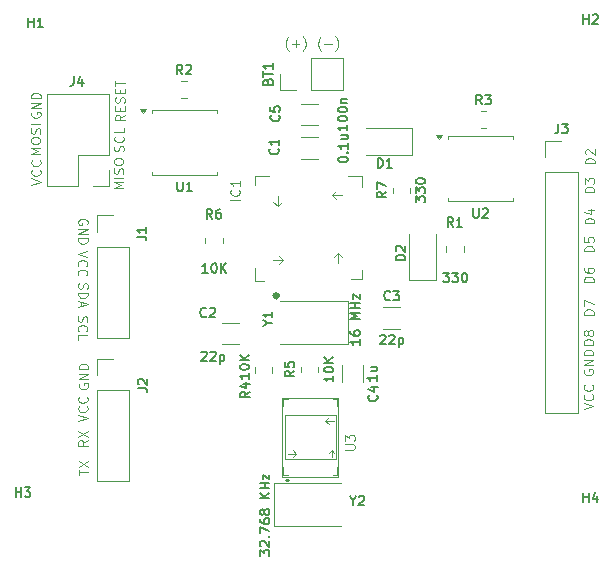
<source format=gbr>
%TF.GenerationSoftware,KiCad,Pcbnew,9.0.1*%
%TF.CreationDate,2025-11-16T15:35:51+03:00*%
%TF.ProjectId,MCU Datalogger wirh 512KB EEPROM,4d435520-4461-4746-916c-6f6767657220,1*%
%TF.SameCoordinates,Original*%
%TF.FileFunction,Legend,Top*%
%TF.FilePolarity,Positive*%
%FSLAX46Y46*%
G04 Gerber Fmt 4.6, Leading zero omitted, Abs format (unit mm)*
G04 Created by KiCad (PCBNEW 9.0.1) date 2025-11-16 15:35:51*
%MOMM*%
%LPD*%
G01*
G04 APERTURE LIST*
%ADD10C,0.100000*%
%ADD11C,0.150000*%
%ADD12C,0.120000*%
%ADD13C,0.300000*%
%ADD14C,0.050000*%
%ADD15C,0.500000*%
G04 APERTURE END LIST*
D10*
X120296895Y-83606591D02*
X119915942Y-83873258D01*
X120296895Y-84063734D02*
X119496895Y-84063734D01*
X119496895Y-84063734D02*
X119496895Y-83758972D01*
X119496895Y-83758972D02*
X119534990Y-83682782D01*
X119534990Y-83682782D02*
X119573085Y-83644687D01*
X119573085Y-83644687D02*
X119649276Y-83606591D01*
X119649276Y-83606591D02*
X119763561Y-83606591D01*
X119763561Y-83606591D02*
X119839752Y-83644687D01*
X119839752Y-83644687D02*
X119877847Y-83682782D01*
X119877847Y-83682782D02*
X119915942Y-83758972D01*
X119915942Y-83758972D02*
X119915942Y-84063734D01*
X119877847Y-83263734D02*
X119877847Y-82997068D01*
X120296895Y-82882782D02*
X120296895Y-83263734D01*
X120296895Y-83263734D02*
X119496895Y-83263734D01*
X119496895Y-83263734D02*
X119496895Y-82882782D01*
X120258800Y-82578020D02*
X120296895Y-82463734D01*
X120296895Y-82463734D02*
X120296895Y-82273258D01*
X120296895Y-82273258D02*
X120258800Y-82197067D01*
X120258800Y-82197067D02*
X120220704Y-82158972D01*
X120220704Y-82158972D02*
X120144514Y-82120877D01*
X120144514Y-82120877D02*
X120068323Y-82120877D01*
X120068323Y-82120877D02*
X119992133Y-82158972D01*
X119992133Y-82158972D02*
X119954038Y-82197067D01*
X119954038Y-82197067D02*
X119915942Y-82273258D01*
X119915942Y-82273258D02*
X119877847Y-82425639D01*
X119877847Y-82425639D02*
X119839752Y-82501829D01*
X119839752Y-82501829D02*
X119801657Y-82539924D01*
X119801657Y-82539924D02*
X119725466Y-82578020D01*
X119725466Y-82578020D02*
X119649276Y-82578020D01*
X119649276Y-82578020D02*
X119573085Y-82539924D01*
X119573085Y-82539924D02*
X119534990Y-82501829D01*
X119534990Y-82501829D02*
X119496895Y-82425639D01*
X119496895Y-82425639D02*
X119496895Y-82235162D01*
X119496895Y-82235162D02*
X119534990Y-82120877D01*
X119877847Y-81778019D02*
X119877847Y-81511353D01*
X120296895Y-81397067D02*
X120296895Y-81778019D01*
X120296895Y-81778019D02*
X119496895Y-81778019D01*
X119496895Y-81778019D02*
X119496895Y-81397067D01*
X119496895Y-81168495D02*
X119496895Y-80711352D01*
X120296895Y-80939924D02*
X119496895Y-80939924D01*
X120178800Y-86701830D02*
X120216895Y-86587544D01*
X120216895Y-86587544D02*
X120216895Y-86397068D01*
X120216895Y-86397068D02*
X120178800Y-86320877D01*
X120178800Y-86320877D02*
X120140704Y-86282782D01*
X120140704Y-86282782D02*
X120064514Y-86244687D01*
X120064514Y-86244687D02*
X119988323Y-86244687D01*
X119988323Y-86244687D02*
X119912133Y-86282782D01*
X119912133Y-86282782D02*
X119874038Y-86320877D01*
X119874038Y-86320877D02*
X119835942Y-86397068D01*
X119835942Y-86397068D02*
X119797847Y-86549449D01*
X119797847Y-86549449D02*
X119759752Y-86625639D01*
X119759752Y-86625639D02*
X119721657Y-86663734D01*
X119721657Y-86663734D02*
X119645466Y-86701830D01*
X119645466Y-86701830D02*
X119569276Y-86701830D01*
X119569276Y-86701830D02*
X119493085Y-86663734D01*
X119493085Y-86663734D02*
X119454990Y-86625639D01*
X119454990Y-86625639D02*
X119416895Y-86549449D01*
X119416895Y-86549449D02*
X119416895Y-86358972D01*
X119416895Y-86358972D02*
X119454990Y-86244687D01*
X120140704Y-85444686D02*
X120178800Y-85482782D01*
X120178800Y-85482782D02*
X120216895Y-85597067D01*
X120216895Y-85597067D02*
X120216895Y-85673258D01*
X120216895Y-85673258D02*
X120178800Y-85787544D01*
X120178800Y-85787544D02*
X120102609Y-85863734D01*
X120102609Y-85863734D02*
X120026419Y-85901829D01*
X120026419Y-85901829D02*
X119874038Y-85939925D01*
X119874038Y-85939925D02*
X119759752Y-85939925D01*
X119759752Y-85939925D02*
X119607371Y-85901829D01*
X119607371Y-85901829D02*
X119531180Y-85863734D01*
X119531180Y-85863734D02*
X119454990Y-85787544D01*
X119454990Y-85787544D02*
X119416895Y-85673258D01*
X119416895Y-85673258D02*
X119416895Y-85597067D01*
X119416895Y-85597067D02*
X119454990Y-85482782D01*
X119454990Y-85482782D02*
X119493085Y-85444686D01*
X120216895Y-84720877D02*
X120216895Y-85101829D01*
X120216895Y-85101829D02*
X119416895Y-85101829D01*
X120180066Y-89840913D02*
X119380066Y-89840913D01*
X119380066Y-89840913D02*
X119951494Y-89574247D01*
X119951494Y-89574247D02*
X119380066Y-89307580D01*
X119380066Y-89307580D02*
X120180066Y-89307580D01*
X120180066Y-88926627D02*
X119380066Y-88926627D01*
X120141971Y-88583771D02*
X120180066Y-88469485D01*
X120180066Y-88469485D02*
X120180066Y-88279009D01*
X120180066Y-88279009D02*
X120141971Y-88202818D01*
X120141971Y-88202818D02*
X120103875Y-88164723D01*
X120103875Y-88164723D02*
X120027685Y-88126628D01*
X120027685Y-88126628D02*
X119951494Y-88126628D01*
X119951494Y-88126628D02*
X119875304Y-88164723D01*
X119875304Y-88164723D02*
X119837209Y-88202818D01*
X119837209Y-88202818D02*
X119799113Y-88279009D01*
X119799113Y-88279009D02*
X119761018Y-88431390D01*
X119761018Y-88431390D02*
X119722923Y-88507580D01*
X119722923Y-88507580D02*
X119684828Y-88545675D01*
X119684828Y-88545675D02*
X119608637Y-88583771D01*
X119608637Y-88583771D02*
X119532447Y-88583771D01*
X119532447Y-88583771D02*
X119456256Y-88545675D01*
X119456256Y-88545675D02*
X119418161Y-88507580D01*
X119418161Y-88507580D02*
X119380066Y-88431390D01*
X119380066Y-88431390D02*
X119380066Y-88240913D01*
X119380066Y-88240913D02*
X119418161Y-88126628D01*
X119380066Y-87631389D02*
X119380066Y-87479008D01*
X119380066Y-87479008D02*
X119418161Y-87402818D01*
X119418161Y-87402818D02*
X119494351Y-87326627D01*
X119494351Y-87326627D02*
X119646732Y-87288532D01*
X119646732Y-87288532D02*
X119913399Y-87288532D01*
X119913399Y-87288532D02*
X120065780Y-87326627D01*
X120065780Y-87326627D02*
X120141971Y-87402818D01*
X120141971Y-87402818D02*
X120180066Y-87479008D01*
X120180066Y-87479008D02*
X120180066Y-87631389D01*
X120180066Y-87631389D02*
X120141971Y-87707580D01*
X120141971Y-87707580D02*
X120065780Y-87783770D01*
X120065780Y-87783770D02*
X119913399Y-87821866D01*
X119913399Y-87821866D02*
X119646732Y-87821866D01*
X119646732Y-87821866D02*
X119494351Y-87783770D01*
X119494351Y-87783770D02*
X119418161Y-87707580D01*
X119418161Y-87707580D02*
X119380066Y-87631389D01*
X112375242Y-89525120D02*
X113175242Y-89258453D01*
X113175242Y-89258453D02*
X112375242Y-88991787D01*
X113099051Y-88267977D02*
X113137147Y-88306073D01*
X113137147Y-88306073D02*
X113175242Y-88420358D01*
X113175242Y-88420358D02*
X113175242Y-88496549D01*
X113175242Y-88496549D02*
X113137147Y-88610835D01*
X113137147Y-88610835D02*
X113060956Y-88687025D01*
X113060956Y-88687025D02*
X112984766Y-88725120D01*
X112984766Y-88725120D02*
X112832385Y-88763216D01*
X112832385Y-88763216D02*
X112718099Y-88763216D01*
X112718099Y-88763216D02*
X112565718Y-88725120D01*
X112565718Y-88725120D02*
X112489527Y-88687025D01*
X112489527Y-88687025D02*
X112413337Y-88610835D01*
X112413337Y-88610835D02*
X112375242Y-88496549D01*
X112375242Y-88496549D02*
X112375242Y-88420358D01*
X112375242Y-88420358D02*
X112413337Y-88306073D01*
X112413337Y-88306073D02*
X112451432Y-88267977D01*
X113099051Y-87467977D02*
X113137147Y-87506073D01*
X113137147Y-87506073D02*
X113175242Y-87620358D01*
X113175242Y-87620358D02*
X113175242Y-87696549D01*
X113175242Y-87696549D02*
X113137147Y-87810835D01*
X113137147Y-87810835D02*
X113060956Y-87887025D01*
X113060956Y-87887025D02*
X112984766Y-87925120D01*
X112984766Y-87925120D02*
X112832385Y-87963216D01*
X112832385Y-87963216D02*
X112718099Y-87963216D01*
X112718099Y-87963216D02*
X112565718Y-87925120D01*
X112565718Y-87925120D02*
X112489527Y-87887025D01*
X112489527Y-87887025D02*
X112413337Y-87810835D01*
X112413337Y-87810835D02*
X112375242Y-87696549D01*
X112375242Y-87696549D02*
X112375242Y-87620358D01*
X112375242Y-87620358D02*
X112413337Y-87506073D01*
X112413337Y-87506073D02*
X112451432Y-87467977D01*
X113156895Y-86913734D02*
X112356895Y-86913734D01*
X112356895Y-86913734D02*
X112928323Y-86647068D01*
X112928323Y-86647068D02*
X112356895Y-86380401D01*
X112356895Y-86380401D02*
X113156895Y-86380401D01*
X112356895Y-85847067D02*
X112356895Y-85694686D01*
X112356895Y-85694686D02*
X112394990Y-85618496D01*
X112394990Y-85618496D02*
X112471180Y-85542305D01*
X112471180Y-85542305D02*
X112623561Y-85504210D01*
X112623561Y-85504210D02*
X112890228Y-85504210D01*
X112890228Y-85504210D02*
X113042609Y-85542305D01*
X113042609Y-85542305D02*
X113118800Y-85618496D01*
X113118800Y-85618496D02*
X113156895Y-85694686D01*
X113156895Y-85694686D02*
X113156895Y-85847067D01*
X113156895Y-85847067D02*
X113118800Y-85923258D01*
X113118800Y-85923258D02*
X113042609Y-85999448D01*
X113042609Y-85999448D02*
X112890228Y-86037544D01*
X112890228Y-86037544D02*
X112623561Y-86037544D01*
X112623561Y-86037544D02*
X112471180Y-85999448D01*
X112471180Y-85999448D02*
X112394990Y-85923258D01*
X112394990Y-85923258D02*
X112356895Y-85847067D01*
X113118800Y-85199449D02*
X113156895Y-85085163D01*
X113156895Y-85085163D02*
X113156895Y-84894687D01*
X113156895Y-84894687D02*
X113118800Y-84818496D01*
X113118800Y-84818496D02*
X113080704Y-84780401D01*
X113080704Y-84780401D02*
X113004514Y-84742306D01*
X113004514Y-84742306D02*
X112928323Y-84742306D01*
X112928323Y-84742306D02*
X112852133Y-84780401D01*
X112852133Y-84780401D02*
X112814038Y-84818496D01*
X112814038Y-84818496D02*
X112775942Y-84894687D01*
X112775942Y-84894687D02*
X112737847Y-85047068D01*
X112737847Y-85047068D02*
X112699752Y-85123258D01*
X112699752Y-85123258D02*
X112661657Y-85161353D01*
X112661657Y-85161353D02*
X112585466Y-85199449D01*
X112585466Y-85199449D02*
X112509276Y-85199449D01*
X112509276Y-85199449D02*
X112433085Y-85161353D01*
X112433085Y-85161353D02*
X112394990Y-85123258D01*
X112394990Y-85123258D02*
X112356895Y-85047068D01*
X112356895Y-85047068D02*
X112356895Y-84856591D01*
X112356895Y-84856591D02*
X112394990Y-84742306D01*
X113156895Y-84399448D02*
X112356895Y-84399448D01*
X112414990Y-83404687D02*
X112376895Y-83480877D01*
X112376895Y-83480877D02*
X112376895Y-83595163D01*
X112376895Y-83595163D02*
X112414990Y-83709449D01*
X112414990Y-83709449D02*
X112491180Y-83785639D01*
X112491180Y-83785639D02*
X112567371Y-83823734D01*
X112567371Y-83823734D02*
X112719752Y-83861830D01*
X112719752Y-83861830D02*
X112834038Y-83861830D01*
X112834038Y-83861830D02*
X112986419Y-83823734D01*
X112986419Y-83823734D02*
X113062609Y-83785639D01*
X113062609Y-83785639D02*
X113138800Y-83709449D01*
X113138800Y-83709449D02*
X113176895Y-83595163D01*
X113176895Y-83595163D02*
X113176895Y-83518972D01*
X113176895Y-83518972D02*
X113138800Y-83404687D01*
X113138800Y-83404687D02*
X113100704Y-83366591D01*
X113100704Y-83366591D02*
X112834038Y-83366591D01*
X112834038Y-83366591D02*
X112834038Y-83518972D01*
X113176895Y-83023734D02*
X112376895Y-83023734D01*
X112376895Y-83023734D02*
X113176895Y-82566591D01*
X113176895Y-82566591D02*
X112376895Y-82566591D01*
X113176895Y-82185639D02*
X112376895Y-82185639D01*
X112376895Y-82185639D02*
X112376895Y-81995163D01*
X112376895Y-81995163D02*
X112414990Y-81880877D01*
X112414990Y-81880877D02*
X112491180Y-81804687D01*
X112491180Y-81804687D02*
X112567371Y-81766592D01*
X112567371Y-81766592D02*
X112719752Y-81728496D01*
X112719752Y-81728496D02*
X112834038Y-81728496D01*
X112834038Y-81728496D02*
X112986419Y-81766592D01*
X112986419Y-81766592D02*
X113062609Y-81804687D01*
X113062609Y-81804687D02*
X113138800Y-81880877D01*
X113138800Y-81880877D02*
X113176895Y-81995163D01*
X113176895Y-81995163D02*
X113176895Y-82185639D01*
X116371200Y-100648169D02*
X116333104Y-100762455D01*
X116333104Y-100762455D02*
X116333104Y-100952931D01*
X116333104Y-100952931D02*
X116371200Y-101029122D01*
X116371200Y-101029122D02*
X116409295Y-101067217D01*
X116409295Y-101067217D02*
X116485485Y-101105312D01*
X116485485Y-101105312D02*
X116561676Y-101105312D01*
X116561676Y-101105312D02*
X116637866Y-101067217D01*
X116637866Y-101067217D02*
X116675961Y-101029122D01*
X116675961Y-101029122D02*
X116714057Y-100952931D01*
X116714057Y-100952931D02*
X116752152Y-100800550D01*
X116752152Y-100800550D02*
X116790247Y-100724360D01*
X116790247Y-100724360D02*
X116828342Y-100686265D01*
X116828342Y-100686265D02*
X116904533Y-100648169D01*
X116904533Y-100648169D02*
X116980723Y-100648169D01*
X116980723Y-100648169D02*
X117056914Y-100686265D01*
X117056914Y-100686265D02*
X117095009Y-100724360D01*
X117095009Y-100724360D02*
X117133104Y-100800550D01*
X117133104Y-100800550D02*
X117133104Y-100991027D01*
X117133104Y-100991027D02*
X117095009Y-101105312D01*
X116409295Y-101905313D02*
X116371200Y-101867217D01*
X116371200Y-101867217D02*
X116333104Y-101752932D01*
X116333104Y-101752932D02*
X116333104Y-101676741D01*
X116333104Y-101676741D02*
X116371200Y-101562455D01*
X116371200Y-101562455D02*
X116447390Y-101486265D01*
X116447390Y-101486265D02*
X116523580Y-101448170D01*
X116523580Y-101448170D02*
X116675961Y-101410074D01*
X116675961Y-101410074D02*
X116790247Y-101410074D01*
X116790247Y-101410074D02*
X116942628Y-101448170D01*
X116942628Y-101448170D02*
X117018819Y-101486265D01*
X117018819Y-101486265D02*
X117095009Y-101562455D01*
X117095009Y-101562455D02*
X117133104Y-101676741D01*
X117133104Y-101676741D02*
X117133104Y-101752932D01*
X117133104Y-101752932D02*
X117095009Y-101867217D01*
X117095009Y-101867217D02*
X117056914Y-101905313D01*
X116333104Y-102629122D02*
X116333104Y-102248170D01*
X116333104Y-102248170D02*
X117133104Y-102248170D01*
X116391200Y-97868169D02*
X116353104Y-97982455D01*
X116353104Y-97982455D02*
X116353104Y-98172931D01*
X116353104Y-98172931D02*
X116391200Y-98249122D01*
X116391200Y-98249122D02*
X116429295Y-98287217D01*
X116429295Y-98287217D02*
X116505485Y-98325312D01*
X116505485Y-98325312D02*
X116581676Y-98325312D01*
X116581676Y-98325312D02*
X116657866Y-98287217D01*
X116657866Y-98287217D02*
X116695961Y-98249122D01*
X116695961Y-98249122D02*
X116734057Y-98172931D01*
X116734057Y-98172931D02*
X116772152Y-98020550D01*
X116772152Y-98020550D02*
X116810247Y-97944360D01*
X116810247Y-97944360D02*
X116848342Y-97906265D01*
X116848342Y-97906265D02*
X116924533Y-97868169D01*
X116924533Y-97868169D02*
X117000723Y-97868169D01*
X117000723Y-97868169D02*
X117076914Y-97906265D01*
X117076914Y-97906265D02*
X117115009Y-97944360D01*
X117115009Y-97944360D02*
X117153104Y-98020550D01*
X117153104Y-98020550D02*
X117153104Y-98211027D01*
X117153104Y-98211027D02*
X117115009Y-98325312D01*
X116353104Y-98668170D02*
X117153104Y-98668170D01*
X117153104Y-98668170D02*
X117153104Y-98858646D01*
X117153104Y-98858646D02*
X117115009Y-98972932D01*
X117115009Y-98972932D02*
X117038819Y-99049122D01*
X117038819Y-99049122D02*
X116962628Y-99087217D01*
X116962628Y-99087217D02*
X116810247Y-99125313D01*
X116810247Y-99125313D02*
X116695961Y-99125313D01*
X116695961Y-99125313D02*
X116543580Y-99087217D01*
X116543580Y-99087217D02*
X116467390Y-99049122D01*
X116467390Y-99049122D02*
X116391200Y-98972932D01*
X116391200Y-98972932D02*
X116353104Y-98858646D01*
X116353104Y-98858646D02*
X116353104Y-98668170D01*
X116581676Y-99430074D02*
X116581676Y-99811027D01*
X116353104Y-99353884D02*
X117153104Y-99620551D01*
X117153104Y-99620551D02*
X116353104Y-99887217D01*
X117103104Y-95151979D02*
X116303104Y-95418646D01*
X116303104Y-95418646D02*
X117103104Y-95685312D01*
X116379295Y-96409122D02*
X116341200Y-96371026D01*
X116341200Y-96371026D02*
X116303104Y-96256741D01*
X116303104Y-96256741D02*
X116303104Y-96180550D01*
X116303104Y-96180550D02*
X116341200Y-96066264D01*
X116341200Y-96066264D02*
X116417390Y-95990074D01*
X116417390Y-95990074D02*
X116493580Y-95951979D01*
X116493580Y-95951979D02*
X116645961Y-95913883D01*
X116645961Y-95913883D02*
X116760247Y-95913883D01*
X116760247Y-95913883D02*
X116912628Y-95951979D01*
X116912628Y-95951979D02*
X116988819Y-95990074D01*
X116988819Y-95990074D02*
X117065009Y-96066264D01*
X117065009Y-96066264D02*
X117103104Y-96180550D01*
X117103104Y-96180550D02*
X117103104Y-96256741D01*
X117103104Y-96256741D02*
X117065009Y-96371026D01*
X117065009Y-96371026D02*
X117026914Y-96409122D01*
X116379295Y-97209122D02*
X116341200Y-97171026D01*
X116341200Y-97171026D02*
X116303104Y-97056741D01*
X116303104Y-97056741D02*
X116303104Y-96980550D01*
X116303104Y-96980550D02*
X116341200Y-96866264D01*
X116341200Y-96866264D02*
X116417390Y-96790074D01*
X116417390Y-96790074D02*
X116493580Y-96751979D01*
X116493580Y-96751979D02*
X116645961Y-96713883D01*
X116645961Y-96713883D02*
X116760247Y-96713883D01*
X116760247Y-96713883D02*
X116912628Y-96751979D01*
X116912628Y-96751979D02*
X116988819Y-96790074D01*
X116988819Y-96790074D02*
X117065009Y-96866264D01*
X117065009Y-96866264D02*
X117103104Y-96980550D01*
X117103104Y-96980550D02*
X117103104Y-97056741D01*
X117103104Y-97056741D02*
X117065009Y-97171026D01*
X117065009Y-97171026D02*
X117026914Y-97209122D01*
X117115009Y-92855312D02*
X117153104Y-92779122D01*
X117153104Y-92779122D02*
X117153104Y-92664836D01*
X117153104Y-92664836D02*
X117115009Y-92550550D01*
X117115009Y-92550550D02*
X117038819Y-92474360D01*
X117038819Y-92474360D02*
X116962628Y-92436265D01*
X116962628Y-92436265D02*
X116810247Y-92398169D01*
X116810247Y-92398169D02*
X116695961Y-92398169D01*
X116695961Y-92398169D02*
X116543580Y-92436265D01*
X116543580Y-92436265D02*
X116467390Y-92474360D01*
X116467390Y-92474360D02*
X116391200Y-92550550D01*
X116391200Y-92550550D02*
X116353104Y-92664836D01*
X116353104Y-92664836D02*
X116353104Y-92741027D01*
X116353104Y-92741027D02*
X116391200Y-92855312D01*
X116391200Y-92855312D02*
X116429295Y-92893408D01*
X116429295Y-92893408D02*
X116695961Y-92893408D01*
X116695961Y-92893408D02*
X116695961Y-92741027D01*
X116353104Y-93236265D02*
X117153104Y-93236265D01*
X117153104Y-93236265D02*
X116353104Y-93693408D01*
X116353104Y-93693408D02*
X117153104Y-93693408D01*
X116353104Y-94074360D02*
X117153104Y-94074360D01*
X117153104Y-94074360D02*
X117153104Y-94264836D01*
X117153104Y-94264836D02*
X117115009Y-94379122D01*
X117115009Y-94379122D02*
X117038819Y-94455312D01*
X117038819Y-94455312D02*
X116962628Y-94493407D01*
X116962628Y-94493407D02*
X116810247Y-94531503D01*
X116810247Y-94531503D02*
X116695961Y-94531503D01*
X116695961Y-94531503D02*
X116543580Y-94493407D01*
X116543580Y-94493407D02*
X116467390Y-94455312D01*
X116467390Y-94455312D02*
X116391200Y-94379122D01*
X116391200Y-94379122D02*
X116353104Y-94264836D01*
X116353104Y-94264836D02*
X116353104Y-94074360D01*
X116386895Y-114108020D02*
X116386895Y-113650877D01*
X117186895Y-113879449D02*
X116386895Y-113879449D01*
X116386895Y-113460401D02*
X117186895Y-112927067D01*
X116386895Y-112927067D02*
X117186895Y-113460401D01*
X117176895Y-111156591D02*
X116795942Y-111423258D01*
X117176895Y-111613734D02*
X116376895Y-111613734D01*
X116376895Y-111613734D02*
X116376895Y-111308972D01*
X116376895Y-111308972D02*
X116414990Y-111232782D01*
X116414990Y-111232782D02*
X116453085Y-111194687D01*
X116453085Y-111194687D02*
X116529276Y-111156591D01*
X116529276Y-111156591D02*
X116643561Y-111156591D01*
X116643561Y-111156591D02*
X116719752Y-111194687D01*
X116719752Y-111194687D02*
X116757847Y-111232782D01*
X116757847Y-111232782D02*
X116795942Y-111308972D01*
X116795942Y-111308972D02*
X116795942Y-111613734D01*
X116376895Y-110889925D02*
X117176895Y-110356591D01*
X116376895Y-110356591D02*
X117176895Y-110889925D01*
X116346895Y-109548020D02*
X117146895Y-109281353D01*
X117146895Y-109281353D02*
X116346895Y-109014687D01*
X117070704Y-108290877D02*
X117108800Y-108328973D01*
X117108800Y-108328973D02*
X117146895Y-108443258D01*
X117146895Y-108443258D02*
X117146895Y-108519449D01*
X117146895Y-108519449D02*
X117108800Y-108633735D01*
X117108800Y-108633735D02*
X117032609Y-108709925D01*
X117032609Y-108709925D02*
X116956419Y-108748020D01*
X116956419Y-108748020D02*
X116804038Y-108786116D01*
X116804038Y-108786116D02*
X116689752Y-108786116D01*
X116689752Y-108786116D02*
X116537371Y-108748020D01*
X116537371Y-108748020D02*
X116461180Y-108709925D01*
X116461180Y-108709925D02*
X116384990Y-108633735D01*
X116384990Y-108633735D02*
X116346895Y-108519449D01*
X116346895Y-108519449D02*
X116346895Y-108443258D01*
X116346895Y-108443258D02*
X116384990Y-108328973D01*
X116384990Y-108328973D02*
X116423085Y-108290877D01*
X117070704Y-107490877D02*
X117108800Y-107528973D01*
X117108800Y-107528973D02*
X117146895Y-107643258D01*
X117146895Y-107643258D02*
X117146895Y-107719449D01*
X117146895Y-107719449D02*
X117108800Y-107833735D01*
X117108800Y-107833735D02*
X117032609Y-107909925D01*
X117032609Y-107909925D02*
X116956419Y-107948020D01*
X116956419Y-107948020D02*
X116804038Y-107986116D01*
X116804038Y-107986116D02*
X116689752Y-107986116D01*
X116689752Y-107986116D02*
X116537371Y-107948020D01*
X116537371Y-107948020D02*
X116461180Y-107909925D01*
X116461180Y-107909925D02*
X116384990Y-107833735D01*
X116384990Y-107833735D02*
X116346895Y-107719449D01*
X116346895Y-107719449D02*
X116346895Y-107643258D01*
X116346895Y-107643258D02*
X116384990Y-107528973D01*
X116384990Y-107528973D02*
X116423085Y-107490877D01*
X116464073Y-106362259D02*
X116425978Y-106438449D01*
X116425978Y-106438449D02*
X116425978Y-106552735D01*
X116425978Y-106552735D02*
X116464073Y-106667021D01*
X116464073Y-106667021D02*
X116540263Y-106743211D01*
X116540263Y-106743211D02*
X116616454Y-106781306D01*
X116616454Y-106781306D02*
X116768835Y-106819402D01*
X116768835Y-106819402D02*
X116883121Y-106819402D01*
X116883121Y-106819402D02*
X117035502Y-106781306D01*
X117035502Y-106781306D02*
X117111692Y-106743211D01*
X117111692Y-106743211D02*
X117187883Y-106667021D01*
X117187883Y-106667021D02*
X117225978Y-106552735D01*
X117225978Y-106552735D02*
X117225978Y-106476544D01*
X117225978Y-106476544D02*
X117187883Y-106362259D01*
X117187883Y-106362259D02*
X117149787Y-106324163D01*
X117149787Y-106324163D02*
X116883121Y-106324163D01*
X116883121Y-106324163D02*
X116883121Y-106476544D01*
X117225978Y-105981306D02*
X116425978Y-105981306D01*
X116425978Y-105981306D02*
X117225978Y-105524163D01*
X117225978Y-105524163D02*
X116425978Y-105524163D01*
X117225978Y-105143211D02*
X116425978Y-105143211D01*
X116425978Y-105143211D02*
X116425978Y-104952735D01*
X116425978Y-104952735D02*
X116464073Y-104838449D01*
X116464073Y-104838449D02*
X116540263Y-104762259D01*
X116540263Y-104762259D02*
X116616454Y-104724164D01*
X116616454Y-104724164D02*
X116768835Y-104686068D01*
X116768835Y-104686068D02*
X116883121Y-104686068D01*
X116883121Y-104686068D02*
X117035502Y-104724164D01*
X117035502Y-104724164D02*
X117111692Y-104762259D01*
X117111692Y-104762259D02*
X117187883Y-104838449D01*
X117187883Y-104838449D02*
X117225978Y-104952735D01*
X117225978Y-104952735D02*
X117225978Y-105143211D01*
X159166895Y-108538020D02*
X159966895Y-108271353D01*
X159966895Y-108271353D02*
X159166895Y-108004687D01*
X159890704Y-107280877D02*
X159928800Y-107318973D01*
X159928800Y-107318973D02*
X159966895Y-107433258D01*
X159966895Y-107433258D02*
X159966895Y-107509449D01*
X159966895Y-107509449D02*
X159928800Y-107623735D01*
X159928800Y-107623735D02*
X159852609Y-107699925D01*
X159852609Y-107699925D02*
X159776419Y-107738020D01*
X159776419Y-107738020D02*
X159624038Y-107776116D01*
X159624038Y-107776116D02*
X159509752Y-107776116D01*
X159509752Y-107776116D02*
X159357371Y-107738020D01*
X159357371Y-107738020D02*
X159281180Y-107699925D01*
X159281180Y-107699925D02*
X159204990Y-107623735D01*
X159204990Y-107623735D02*
X159166895Y-107509449D01*
X159166895Y-107509449D02*
X159166895Y-107433258D01*
X159166895Y-107433258D02*
X159204990Y-107318973D01*
X159204990Y-107318973D02*
X159243085Y-107280877D01*
X159890704Y-106480877D02*
X159928800Y-106518973D01*
X159928800Y-106518973D02*
X159966895Y-106633258D01*
X159966895Y-106633258D02*
X159966895Y-106709449D01*
X159966895Y-106709449D02*
X159928800Y-106823735D01*
X159928800Y-106823735D02*
X159852609Y-106899925D01*
X159852609Y-106899925D02*
X159776419Y-106938020D01*
X159776419Y-106938020D02*
X159624038Y-106976116D01*
X159624038Y-106976116D02*
X159509752Y-106976116D01*
X159509752Y-106976116D02*
X159357371Y-106938020D01*
X159357371Y-106938020D02*
X159281180Y-106899925D01*
X159281180Y-106899925D02*
X159204990Y-106823735D01*
X159204990Y-106823735D02*
X159166895Y-106709449D01*
X159166895Y-106709449D02*
X159166895Y-106633258D01*
X159166895Y-106633258D02*
X159204990Y-106518973D01*
X159204990Y-106518973D02*
X159243085Y-106480877D01*
X159204990Y-105194687D02*
X159166895Y-105270877D01*
X159166895Y-105270877D02*
X159166895Y-105385163D01*
X159166895Y-105385163D02*
X159204990Y-105499449D01*
X159204990Y-105499449D02*
X159281180Y-105575639D01*
X159281180Y-105575639D02*
X159357371Y-105613734D01*
X159357371Y-105613734D02*
X159509752Y-105651830D01*
X159509752Y-105651830D02*
X159624038Y-105651830D01*
X159624038Y-105651830D02*
X159776419Y-105613734D01*
X159776419Y-105613734D02*
X159852609Y-105575639D01*
X159852609Y-105575639D02*
X159928800Y-105499449D01*
X159928800Y-105499449D02*
X159966895Y-105385163D01*
X159966895Y-105385163D02*
X159966895Y-105308972D01*
X159966895Y-105308972D02*
X159928800Y-105194687D01*
X159928800Y-105194687D02*
X159890704Y-105156591D01*
X159890704Y-105156591D02*
X159624038Y-105156591D01*
X159624038Y-105156591D02*
X159624038Y-105308972D01*
X159966895Y-104813734D02*
X159166895Y-104813734D01*
X159166895Y-104813734D02*
X159966895Y-104356591D01*
X159966895Y-104356591D02*
X159166895Y-104356591D01*
X159966895Y-103975639D02*
X159166895Y-103975639D01*
X159166895Y-103975639D02*
X159166895Y-103785163D01*
X159166895Y-103785163D02*
X159204990Y-103670877D01*
X159204990Y-103670877D02*
X159281180Y-103594687D01*
X159281180Y-103594687D02*
X159357371Y-103556592D01*
X159357371Y-103556592D02*
X159509752Y-103518496D01*
X159509752Y-103518496D02*
X159624038Y-103518496D01*
X159624038Y-103518496D02*
X159776419Y-103556592D01*
X159776419Y-103556592D02*
X159852609Y-103594687D01*
X159852609Y-103594687D02*
X159928800Y-103670877D01*
X159928800Y-103670877D02*
X159966895Y-103785163D01*
X159966895Y-103785163D02*
X159966895Y-103975639D01*
X159976895Y-103063734D02*
X159176895Y-103063734D01*
X159176895Y-103063734D02*
X159176895Y-102873258D01*
X159176895Y-102873258D02*
X159214990Y-102758972D01*
X159214990Y-102758972D02*
X159291180Y-102682782D01*
X159291180Y-102682782D02*
X159367371Y-102644687D01*
X159367371Y-102644687D02*
X159519752Y-102606591D01*
X159519752Y-102606591D02*
X159634038Y-102606591D01*
X159634038Y-102606591D02*
X159786419Y-102644687D01*
X159786419Y-102644687D02*
X159862609Y-102682782D01*
X159862609Y-102682782D02*
X159938800Y-102758972D01*
X159938800Y-102758972D02*
X159976895Y-102873258D01*
X159976895Y-102873258D02*
X159976895Y-103063734D01*
X159519752Y-102149449D02*
X159481657Y-102225639D01*
X159481657Y-102225639D02*
X159443561Y-102263734D01*
X159443561Y-102263734D02*
X159367371Y-102301830D01*
X159367371Y-102301830D02*
X159329276Y-102301830D01*
X159329276Y-102301830D02*
X159253085Y-102263734D01*
X159253085Y-102263734D02*
X159214990Y-102225639D01*
X159214990Y-102225639D02*
X159176895Y-102149449D01*
X159176895Y-102149449D02*
X159176895Y-101997068D01*
X159176895Y-101997068D02*
X159214990Y-101920877D01*
X159214990Y-101920877D02*
X159253085Y-101882782D01*
X159253085Y-101882782D02*
X159329276Y-101844687D01*
X159329276Y-101844687D02*
X159367371Y-101844687D01*
X159367371Y-101844687D02*
X159443561Y-101882782D01*
X159443561Y-101882782D02*
X159481657Y-101920877D01*
X159481657Y-101920877D02*
X159519752Y-101997068D01*
X159519752Y-101997068D02*
X159519752Y-102149449D01*
X159519752Y-102149449D02*
X159557847Y-102225639D01*
X159557847Y-102225639D02*
X159595942Y-102263734D01*
X159595942Y-102263734D02*
X159672133Y-102301830D01*
X159672133Y-102301830D02*
X159824514Y-102301830D01*
X159824514Y-102301830D02*
X159900704Y-102263734D01*
X159900704Y-102263734D02*
X159938800Y-102225639D01*
X159938800Y-102225639D02*
X159976895Y-102149449D01*
X159976895Y-102149449D02*
X159976895Y-101997068D01*
X159976895Y-101997068D02*
X159938800Y-101920877D01*
X159938800Y-101920877D02*
X159900704Y-101882782D01*
X159900704Y-101882782D02*
X159824514Y-101844687D01*
X159824514Y-101844687D02*
X159672133Y-101844687D01*
X159672133Y-101844687D02*
X159595942Y-101882782D01*
X159595942Y-101882782D02*
X159557847Y-101920877D01*
X159557847Y-101920877D02*
X159519752Y-101997068D01*
X159996895Y-100513734D02*
X159196895Y-100513734D01*
X159196895Y-100513734D02*
X159196895Y-100323258D01*
X159196895Y-100323258D02*
X159234990Y-100208972D01*
X159234990Y-100208972D02*
X159311180Y-100132782D01*
X159311180Y-100132782D02*
X159387371Y-100094687D01*
X159387371Y-100094687D02*
X159539752Y-100056591D01*
X159539752Y-100056591D02*
X159654038Y-100056591D01*
X159654038Y-100056591D02*
X159806419Y-100094687D01*
X159806419Y-100094687D02*
X159882609Y-100132782D01*
X159882609Y-100132782D02*
X159958800Y-100208972D01*
X159958800Y-100208972D02*
X159996895Y-100323258D01*
X159996895Y-100323258D02*
X159996895Y-100513734D01*
X159196895Y-99789925D02*
X159196895Y-99256591D01*
X159196895Y-99256591D02*
X159996895Y-99599449D01*
X159986895Y-97753734D02*
X159186895Y-97753734D01*
X159186895Y-97753734D02*
X159186895Y-97563258D01*
X159186895Y-97563258D02*
X159224990Y-97448972D01*
X159224990Y-97448972D02*
X159301180Y-97372782D01*
X159301180Y-97372782D02*
X159377371Y-97334687D01*
X159377371Y-97334687D02*
X159529752Y-97296591D01*
X159529752Y-97296591D02*
X159644038Y-97296591D01*
X159644038Y-97296591D02*
X159796419Y-97334687D01*
X159796419Y-97334687D02*
X159872609Y-97372782D01*
X159872609Y-97372782D02*
X159948800Y-97448972D01*
X159948800Y-97448972D02*
X159986895Y-97563258D01*
X159986895Y-97563258D02*
X159986895Y-97753734D01*
X159186895Y-96610877D02*
X159186895Y-96763258D01*
X159186895Y-96763258D02*
X159224990Y-96839449D01*
X159224990Y-96839449D02*
X159263085Y-96877544D01*
X159263085Y-96877544D02*
X159377371Y-96953734D01*
X159377371Y-96953734D02*
X159529752Y-96991830D01*
X159529752Y-96991830D02*
X159834514Y-96991830D01*
X159834514Y-96991830D02*
X159910704Y-96953734D01*
X159910704Y-96953734D02*
X159948800Y-96915639D01*
X159948800Y-96915639D02*
X159986895Y-96839449D01*
X159986895Y-96839449D02*
X159986895Y-96687068D01*
X159986895Y-96687068D02*
X159948800Y-96610877D01*
X159948800Y-96610877D02*
X159910704Y-96572782D01*
X159910704Y-96572782D02*
X159834514Y-96534687D01*
X159834514Y-96534687D02*
X159644038Y-96534687D01*
X159644038Y-96534687D02*
X159567847Y-96572782D01*
X159567847Y-96572782D02*
X159529752Y-96610877D01*
X159529752Y-96610877D02*
X159491657Y-96687068D01*
X159491657Y-96687068D02*
X159491657Y-96839449D01*
X159491657Y-96839449D02*
X159529752Y-96915639D01*
X159529752Y-96915639D02*
X159567847Y-96953734D01*
X159567847Y-96953734D02*
X159644038Y-96991830D01*
X160006895Y-95163734D02*
X159206895Y-95163734D01*
X159206895Y-95163734D02*
X159206895Y-94973258D01*
X159206895Y-94973258D02*
X159244990Y-94858972D01*
X159244990Y-94858972D02*
X159321180Y-94782782D01*
X159321180Y-94782782D02*
X159397371Y-94744687D01*
X159397371Y-94744687D02*
X159549752Y-94706591D01*
X159549752Y-94706591D02*
X159664038Y-94706591D01*
X159664038Y-94706591D02*
X159816419Y-94744687D01*
X159816419Y-94744687D02*
X159892609Y-94782782D01*
X159892609Y-94782782D02*
X159968800Y-94858972D01*
X159968800Y-94858972D02*
X160006895Y-94973258D01*
X160006895Y-94973258D02*
X160006895Y-95163734D01*
X159206895Y-93982782D02*
X159206895Y-94363734D01*
X159206895Y-94363734D02*
X159587847Y-94401830D01*
X159587847Y-94401830D02*
X159549752Y-94363734D01*
X159549752Y-94363734D02*
X159511657Y-94287544D01*
X159511657Y-94287544D02*
X159511657Y-94097068D01*
X159511657Y-94097068D02*
X159549752Y-94020877D01*
X159549752Y-94020877D02*
X159587847Y-93982782D01*
X159587847Y-93982782D02*
X159664038Y-93944687D01*
X159664038Y-93944687D02*
X159854514Y-93944687D01*
X159854514Y-93944687D02*
X159930704Y-93982782D01*
X159930704Y-93982782D02*
X159968800Y-94020877D01*
X159968800Y-94020877D02*
X160006895Y-94097068D01*
X160006895Y-94097068D02*
X160006895Y-94287544D01*
X160006895Y-94287544D02*
X159968800Y-94363734D01*
X159968800Y-94363734D02*
X159930704Y-94401830D01*
X160026895Y-92803734D02*
X159226895Y-92803734D01*
X159226895Y-92803734D02*
X159226895Y-92613258D01*
X159226895Y-92613258D02*
X159264990Y-92498972D01*
X159264990Y-92498972D02*
X159341180Y-92422782D01*
X159341180Y-92422782D02*
X159417371Y-92384687D01*
X159417371Y-92384687D02*
X159569752Y-92346591D01*
X159569752Y-92346591D02*
X159684038Y-92346591D01*
X159684038Y-92346591D02*
X159836419Y-92384687D01*
X159836419Y-92384687D02*
X159912609Y-92422782D01*
X159912609Y-92422782D02*
X159988800Y-92498972D01*
X159988800Y-92498972D02*
X160026895Y-92613258D01*
X160026895Y-92613258D02*
X160026895Y-92803734D01*
X159493561Y-91660877D02*
X160026895Y-91660877D01*
X159188800Y-91851353D02*
X159760228Y-92041830D01*
X159760228Y-92041830D02*
X159760228Y-91546591D01*
X160056895Y-90153734D02*
X159256895Y-90153734D01*
X159256895Y-90153734D02*
X159256895Y-89963258D01*
X159256895Y-89963258D02*
X159294990Y-89848972D01*
X159294990Y-89848972D02*
X159371180Y-89772782D01*
X159371180Y-89772782D02*
X159447371Y-89734687D01*
X159447371Y-89734687D02*
X159599752Y-89696591D01*
X159599752Y-89696591D02*
X159714038Y-89696591D01*
X159714038Y-89696591D02*
X159866419Y-89734687D01*
X159866419Y-89734687D02*
X159942609Y-89772782D01*
X159942609Y-89772782D02*
X160018800Y-89848972D01*
X160018800Y-89848972D02*
X160056895Y-89963258D01*
X160056895Y-89963258D02*
X160056895Y-90153734D01*
X159256895Y-89429925D02*
X159256895Y-88934687D01*
X159256895Y-88934687D02*
X159561657Y-89201353D01*
X159561657Y-89201353D02*
X159561657Y-89087068D01*
X159561657Y-89087068D02*
X159599752Y-89010877D01*
X159599752Y-89010877D02*
X159637847Y-88972782D01*
X159637847Y-88972782D02*
X159714038Y-88934687D01*
X159714038Y-88934687D02*
X159904514Y-88934687D01*
X159904514Y-88934687D02*
X159980704Y-88972782D01*
X159980704Y-88972782D02*
X160018800Y-89010877D01*
X160018800Y-89010877D02*
X160056895Y-89087068D01*
X160056895Y-89087068D02*
X160056895Y-89315639D01*
X160056895Y-89315639D02*
X160018800Y-89391830D01*
X160018800Y-89391830D02*
X159980704Y-89429925D01*
X160076895Y-87723734D02*
X159276895Y-87723734D01*
X159276895Y-87723734D02*
X159276895Y-87533258D01*
X159276895Y-87533258D02*
X159314990Y-87418972D01*
X159314990Y-87418972D02*
X159391180Y-87342782D01*
X159391180Y-87342782D02*
X159467371Y-87304687D01*
X159467371Y-87304687D02*
X159619752Y-87266591D01*
X159619752Y-87266591D02*
X159734038Y-87266591D01*
X159734038Y-87266591D02*
X159886419Y-87304687D01*
X159886419Y-87304687D02*
X159962609Y-87342782D01*
X159962609Y-87342782D02*
X160038800Y-87418972D01*
X160038800Y-87418972D02*
X160076895Y-87533258D01*
X160076895Y-87533258D02*
X160076895Y-87723734D01*
X159353085Y-86961830D02*
X159314990Y-86923734D01*
X159314990Y-86923734D02*
X159276895Y-86847544D01*
X159276895Y-86847544D02*
X159276895Y-86657068D01*
X159276895Y-86657068D02*
X159314990Y-86580877D01*
X159314990Y-86580877D02*
X159353085Y-86542782D01*
X159353085Y-86542782D02*
X159429276Y-86504687D01*
X159429276Y-86504687D02*
X159505466Y-86504687D01*
X159505466Y-86504687D02*
X159619752Y-86542782D01*
X159619752Y-86542782D02*
X160076895Y-86999925D01*
X160076895Y-86999925D02*
X160076895Y-86504687D01*
X136904836Y-78191657D02*
X136866741Y-78153561D01*
X136866741Y-78153561D02*
X136790550Y-78039276D01*
X136790550Y-78039276D02*
X136752455Y-77963085D01*
X136752455Y-77963085D02*
X136714360Y-77848800D01*
X136714360Y-77848800D02*
X136676265Y-77658323D01*
X136676265Y-77658323D02*
X136676265Y-77505942D01*
X136676265Y-77505942D02*
X136714360Y-77315466D01*
X136714360Y-77315466D02*
X136752455Y-77201180D01*
X136752455Y-77201180D02*
X136790550Y-77124990D01*
X136790550Y-77124990D02*
X136866741Y-77010704D01*
X136866741Y-77010704D02*
X136904836Y-76972609D01*
X137209598Y-77582133D02*
X137819122Y-77582133D01*
X138123883Y-78191657D02*
X138161978Y-78153561D01*
X138161978Y-78153561D02*
X138238169Y-78039276D01*
X138238169Y-78039276D02*
X138276264Y-77963085D01*
X138276264Y-77963085D02*
X138314359Y-77848800D01*
X138314359Y-77848800D02*
X138352455Y-77658323D01*
X138352455Y-77658323D02*
X138352455Y-77505942D01*
X138352455Y-77505942D02*
X138314359Y-77315466D01*
X138314359Y-77315466D02*
X138276264Y-77201180D01*
X138276264Y-77201180D02*
X138238169Y-77124990D01*
X138238169Y-77124990D02*
X138161978Y-77010704D01*
X138161978Y-77010704D02*
X138123883Y-76972609D01*
X134164836Y-78191657D02*
X134126741Y-78153561D01*
X134126741Y-78153561D02*
X134050550Y-78039276D01*
X134050550Y-78039276D02*
X134012455Y-77963085D01*
X134012455Y-77963085D02*
X133974360Y-77848800D01*
X133974360Y-77848800D02*
X133936265Y-77658323D01*
X133936265Y-77658323D02*
X133936265Y-77505942D01*
X133936265Y-77505942D02*
X133974360Y-77315466D01*
X133974360Y-77315466D02*
X134012455Y-77201180D01*
X134012455Y-77201180D02*
X134050550Y-77124990D01*
X134050550Y-77124990D02*
X134126741Y-77010704D01*
X134126741Y-77010704D02*
X134164836Y-76972609D01*
X134469598Y-77582133D02*
X135079122Y-77582133D01*
X134774360Y-77886895D02*
X134774360Y-77277371D01*
X135383883Y-78191657D02*
X135421978Y-78153561D01*
X135421978Y-78153561D02*
X135498169Y-78039276D01*
X135498169Y-78039276D02*
X135536264Y-77963085D01*
X135536264Y-77963085D02*
X135574359Y-77848800D01*
X135574359Y-77848800D02*
X135612455Y-77658323D01*
X135612455Y-77658323D02*
X135612455Y-77505942D01*
X135612455Y-77505942D02*
X135574359Y-77315466D01*
X135574359Y-77315466D02*
X135536264Y-77201180D01*
X135536264Y-77201180D02*
X135498169Y-77124990D01*
X135498169Y-77124990D02*
X135421978Y-77010704D01*
X135421978Y-77010704D02*
X135383883Y-76972609D01*
D11*
X111048876Y-115958095D02*
X111048876Y-115158095D01*
X111048876Y-115539047D02*
X111506019Y-115539047D01*
X111506019Y-115958095D02*
X111506019Y-115158095D01*
X111810780Y-115158095D02*
X112306018Y-115158095D01*
X112306018Y-115158095D02*
X112039352Y-115462857D01*
X112039352Y-115462857D02*
X112153637Y-115462857D01*
X112153637Y-115462857D02*
X112229828Y-115500952D01*
X112229828Y-115500952D02*
X112267923Y-115539047D01*
X112267923Y-115539047D02*
X112306018Y-115615238D01*
X112306018Y-115615238D02*
X112306018Y-115805714D01*
X112306018Y-115805714D02*
X112267923Y-115881904D01*
X112267923Y-115881904D02*
X112229828Y-115920000D01*
X112229828Y-115920000D02*
X112153637Y-115958095D01*
X112153637Y-115958095D02*
X111925066Y-115958095D01*
X111925066Y-115958095D02*
X111848875Y-115920000D01*
X111848875Y-115920000D02*
X111810780Y-115881904D01*
X149821476Y-91524395D02*
X149821476Y-92172014D01*
X149821476Y-92172014D02*
X149859571Y-92248204D01*
X149859571Y-92248204D02*
X149897666Y-92286300D01*
X149897666Y-92286300D02*
X149973857Y-92324395D01*
X149973857Y-92324395D02*
X150126238Y-92324395D01*
X150126238Y-92324395D02*
X150202428Y-92286300D01*
X150202428Y-92286300D02*
X150240523Y-92248204D01*
X150240523Y-92248204D02*
X150278619Y-92172014D01*
X150278619Y-92172014D02*
X150278619Y-91524395D01*
X150621475Y-91600585D02*
X150659571Y-91562490D01*
X150659571Y-91562490D02*
X150735761Y-91524395D01*
X150735761Y-91524395D02*
X150926237Y-91524395D01*
X150926237Y-91524395D02*
X151002428Y-91562490D01*
X151002428Y-91562490D02*
X151040523Y-91600585D01*
X151040523Y-91600585D02*
X151078618Y-91676776D01*
X151078618Y-91676776D02*
X151078618Y-91752966D01*
X151078618Y-91752966D02*
X151040523Y-91867252D01*
X151040523Y-91867252D02*
X150583380Y-92324395D01*
X150583380Y-92324395D02*
X151078618Y-92324395D01*
X133356104Y-83653332D02*
X133394200Y-83691428D01*
X133394200Y-83691428D02*
X133432295Y-83805713D01*
X133432295Y-83805713D02*
X133432295Y-83881904D01*
X133432295Y-83881904D02*
X133394200Y-83996190D01*
X133394200Y-83996190D02*
X133318009Y-84072380D01*
X133318009Y-84072380D02*
X133241819Y-84110475D01*
X133241819Y-84110475D02*
X133089438Y-84148571D01*
X133089438Y-84148571D02*
X132975152Y-84148571D01*
X132975152Y-84148571D02*
X132822771Y-84110475D01*
X132822771Y-84110475D02*
X132746580Y-84072380D01*
X132746580Y-84072380D02*
X132670390Y-83996190D01*
X132670390Y-83996190D02*
X132632295Y-83881904D01*
X132632295Y-83881904D02*
X132632295Y-83805713D01*
X132632295Y-83805713D02*
X132670390Y-83691428D01*
X132670390Y-83691428D02*
X132708485Y-83653332D01*
X132632295Y-82929523D02*
X132632295Y-83310475D01*
X132632295Y-83310475D02*
X133013247Y-83348571D01*
X133013247Y-83348571D02*
X132975152Y-83310475D01*
X132975152Y-83310475D02*
X132937057Y-83234285D01*
X132937057Y-83234285D02*
X132937057Y-83043809D01*
X132937057Y-83043809D02*
X132975152Y-82967618D01*
X132975152Y-82967618D02*
X133013247Y-82929523D01*
X133013247Y-82929523D02*
X133089438Y-82891428D01*
X133089438Y-82891428D02*
X133279914Y-82891428D01*
X133279914Y-82891428D02*
X133356104Y-82929523D01*
X133356104Y-82929523D02*
X133394200Y-82967618D01*
X133394200Y-82967618D02*
X133432295Y-83043809D01*
X133432295Y-83043809D02*
X133432295Y-83234285D01*
X133432295Y-83234285D02*
X133394200Y-83310475D01*
X133394200Y-83310475D02*
X133356104Y-83348571D01*
X139132295Y-84465238D02*
X139132295Y-84922381D01*
X139132295Y-84693809D02*
X138332295Y-84693809D01*
X138332295Y-84693809D02*
X138446580Y-84770000D01*
X138446580Y-84770000D02*
X138522771Y-84846190D01*
X138522771Y-84846190D02*
X138560866Y-84922381D01*
X138332295Y-83969999D02*
X138332295Y-83893809D01*
X138332295Y-83893809D02*
X138370390Y-83817618D01*
X138370390Y-83817618D02*
X138408485Y-83779523D01*
X138408485Y-83779523D02*
X138484676Y-83741428D01*
X138484676Y-83741428D02*
X138637057Y-83703333D01*
X138637057Y-83703333D02*
X138827533Y-83703333D01*
X138827533Y-83703333D02*
X138979914Y-83741428D01*
X138979914Y-83741428D02*
X139056104Y-83779523D01*
X139056104Y-83779523D02*
X139094200Y-83817618D01*
X139094200Y-83817618D02*
X139132295Y-83893809D01*
X139132295Y-83893809D02*
X139132295Y-83969999D01*
X139132295Y-83969999D02*
X139094200Y-84046190D01*
X139094200Y-84046190D02*
X139056104Y-84084285D01*
X139056104Y-84084285D02*
X138979914Y-84122380D01*
X138979914Y-84122380D02*
X138827533Y-84160476D01*
X138827533Y-84160476D02*
X138637057Y-84160476D01*
X138637057Y-84160476D02*
X138484676Y-84122380D01*
X138484676Y-84122380D02*
X138408485Y-84084285D01*
X138408485Y-84084285D02*
X138370390Y-84046190D01*
X138370390Y-84046190D02*
X138332295Y-83969999D01*
X138332295Y-83208094D02*
X138332295Y-83131904D01*
X138332295Y-83131904D02*
X138370390Y-83055713D01*
X138370390Y-83055713D02*
X138408485Y-83017618D01*
X138408485Y-83017618D02*
X138484676Y-82979523D01*
X138484676Y-82979523D02*
X138637057Y-82941428D01*
X138637057Y-82941428D02*
X138827533Y-82941428D01*
X138827533Y-82941428D02*
X138979914Y-82979523D01*
X138979914Y-82979523D02*
X139056104Y-83017618D01*
X139056104Y-83017618D02*
X139094200Y-83055713D01*
X139094200Y-83055713D02*
X139132295Y-83131904D01*
X139132295Y-83131904D02*
X139132295Y-83208094D01*
X139132295Y-83208094D02*
X139094200Y-83284285D01*
X139094200Y-83284285D02*
X139056104Y-83322380D01*
X139056104Y-83322380D02*
X138979914Y-83360475D01*
X138979914Y-83360475D02*
X138827533Y-83398571D01*
X138827533Y-83398571D02*
X138637057Y-83398571D01*
X138637057Y-83398571D02*
X138484676Y-83360475D01*
X138484676Y-83360475D02*
X138408485Y-83322380D01*
X138408485Y-83322380D02*
X138370390Y-83284285D01*
X138370390Y-83284285D02*
X138332295Y-83208094D01*
X138598961Y-82598570D02*
X139132295Y-82598570D01*
X138675152Y-82598570D02*
X138637057Y-82560475D01*
X138637057Y-82560475D02*
X138598961Y-82484285D01*
X138598961Y-82484285D02*
X138598961Y-82369999D01*
X138598961Y-82369999D02*
X138637057Y-82293808D01*
X138637057Y-82293808D02*
X138713247Y-82255713D01*
X138713247Y-82255713D02*
X139132295Y-82255713D01*
X132424842Y-101243051D02*
X132805795Y-101243051D01*
X132005795Y-101509718D02*
X132424842Y-101243051D01*
X132424842Y-101243051D02*
X132005795Y-100976385D01*
X132805795Y-100290671D02*
X132805795Y-100747814D01*
X132805795Y-100519242D02*
X132005795Y-100519242D01*
X132005795Y-100519242D02*
X132120080Y-100595433D01*
X132120080Y-100595433D02*
X132196271Y-100671623D01*
X132196271Y-100671623D02*
X132234366Y-100747814D01*
X140192295Y-102607143D02*
X140192295Y-103064286D01*
X140192295Y-102835714D02*
X139392295Y-102835714D01*
X139392295Y-102835714D02*
X139506580Y-102911905D01*
X139506580Y-102911905D02*
X139582771Y-102988095D01*
X139582771Y-102988095D02*
X139620866Y-103064286D01*
X139392295Y-101921428D02*
X139392295Y-102073809D01*
X139392295Y-102073809D02*
X139430390Y-102150000D01*
X139430390Y-102150000D02*
X139468485Y-102188095D01*
X139468485Y-102188095D02*
X139582771Y-102264285D01*
X139582771Y-102264285D02*
X139735152Y-102302381D01*
X139735152Y-102302381D02*
X140039914Y-102302381D01*
X140039914Y-102302381D02*
X140116104Y-102264285D01*
X140116104Y-102264285D02*
X140154200Y-102226190D01*
X140154200Y-102226190D02*
X140192295Y-102150000D01*
X140192295Y-102150000D02*
X140192295Y-101997619D01*
X140192295Y-101997619D02*
X140154200Y-101921428D01*
X140154200Y-101921428D02*
X140116104Y-101883333D01*
X140116104Y-101883333D02*
X140039914Y-101845238D01*
X140039914Y-101845238D02*
X139849438Y-101845238D01*
X139849438Y-101845238D02*
X139773247Y-101883333D01*
X139773247Y-101883333D02*
X139735152Y-101921428D01*
X139735152Y-101921428D02*
X139697057Y-101997619D01*
X139697057Y-101997619D02*
X139697057Y-102150000D01*
X139697057Y-102150000D02*
X139735152Y-102226190D01*
X139735152Y-102226190D02*
X139773247Y-102264285D01*
X139773247Y-102264285D02*
X139849438Y-102302381D01*
X140192295Y-100892856D02*
X139392295Y-100892856D01*
X139392295Y-100892856D02*
X139963723Y-100626190D01*
X139963723Y-100626190D02*
X139392295Y-100359523D01*
X139392295Y-100359523D02*
X140192295Y-100359523D01*
X140192295Y-99978570D02*
X139392295Y-99978570D01*
X139773247Y-99978570D02*
X139773247Y-99521427D01*
X140192295Y-99521427D02*
X139392295Y-99521427D01*
X139658961Y-99216666D02*
X139658961Y-98797618D01*
X139658961Y-98797618D02*
X140192295Y-99216666D01*
X140192295Y-99216666D02*
X140192295Y-98797618D01*
X144025795Y-95927575D02*
X143225795Y-95927575D01*
X143225795Y-95927575D02*
X143225795Y-95737099D01*
X143225795Y-95737099D02*
X143263890Y-95622813D01*
X143263890Y-95622813D02*
X143340080Y-95546623D01*
X143340080Y-95546623D02*
X143416271Y-95508528D01*
X143416271Y-95508528D02*
X143568652Y-95470432D01*
X143568652Y-95470432D02*
X143682938Y-95470432D01*
X143682938Y-95470432D02*
X143835319Y-95508528D01*
X143835319Y-95508528D02*
X143911509Y-95546623D01*
X143911509Y-95546623D02*
X143987700Y-95622813D01*
X143987700Y-95622813D02*
X144025795Y-95737099D01*
X144025795Y-95737099D02*
X144025795Y-95927575D01*
X143301985Y-95165671D02*
X143263890Y-95127575D01*
X143263890Y-95127575D02*
X143225795Y-95051385D01*
X143225795Y-95051385D02*
X143225795Y-94860909D01*
X143225795Y-94860909D02*
X143263890Y-94784718D01*
X143263890Y-94784718D02*
X143301985Y-94746623D01*
X143301985Y-94746623D02*
X143378176Y-94708528D01*
X143378176Y-94708528D02*
X143454366Y-94708528D01*
X143454366Y-94708528D02*
X143568652Y-94746623D01*
X143568652Y-94746623D02*
X144025795Y-95203766D01*
X144025795Y-95203766D02*
X144025795Y-94708528D01*
X142430795Y-90120432D02*
X142049842Y-90387099D01*
X142430795Y-90577575D02*
X141630795Y-90577575D01*
X141630795Y-90577575D02*
X141630795Y-90272813D01*
X141630795Y-90272813D02*
X141668890Y-90196623D01*
X141668890Y-90196623D02*
X141706985Y-90158528D01*
X141706985Y-90158528D02*
X141783176Y-90120432D01*
X141783176Y-90120432D02*
X141897461Y-90120432D01*
X141897461Y-90120432D02*
X141973652Y-90158528D01*
X141973652Y-90158528D02*
X142011747Y-90196623D01*
X142011747Y-90196623D02*
X142049842Y-90272813D01*
X142049842Y-90272813D02*
X142049842Y-90577575D01*
X141630795Y-89853766D02*
X141630795Y-89320432D01*
X141630795Y-89320432D02*
X142430795Y-89663290D01*
X144930795Y-91015671D02*
X144930795Y-90520433D01*
X144930795Y-90520433D02*
X145235557Y-90787099D01*
X145235557Y-90787099D02*
X145235557Y-90672814D01*
X145235557Y-90672814D02*
X145273652Y-90596623D01*
X145273652Y-90596623D02*
X145311747Y-90558528D01*
X145311747Y-90558528D02*
X145387938Y-90520433D01*
X145387938Y-90520433D02*
X145578414Y-90520433D01*
X145578414Y-90520433D02*
X145654604Y-90558528D01*
X145654604Y-90558528D02*
X145692700Y-90596623D01*
X145692700Y-90596623D02*
X145730795Y-90672814D01*
X145730795Y-90672814D02*
X145730795Y-90901385D01*
X145730795Y-90901385D02*
X145692700Y-90977576D01*
X145692700Y-90977576D02*
X145654604Y-91015671D01*
X144930795Y-90253766D02*
X144930795Y-89758528D01*
X144930795Y-89758528D02*
X145235557Y-90025194D01*
X145235557Y-90025194D02*
X145235557Y-89910909D01*
X145235557Y-89910909D02*
X145273652Y-89834718D01*
X145273652Y-89834718D02*
X145311747Y-89796623D01*
X145311747Y-89796623D02*
X145387938Y-89758528D01*
X145387938Y-89758528D02*
X145578414Y-89758528D01*
X145578414Y-89758528D02*
X145654604Y-89796623D01*
X145654604Y-89796623D02*
X145692700Y-89834718D01*
X145692700Y-89834718D02*
X145730795Y-89910909D01*
X145730795Y-89910909D02*
X145730795Y-90139480D01*
X145730795Y-90139480D02*
X145692700Y-90215671D01*
X145692700Y-90215671D02*
X145654604Y-90253766D01*
X144930795Y-89263289D02*
X144930795Y-89187099D01*
X144930795Y-89187099D02*
X144968890Y-89110908D01*
X144968890Y-89110908D02*
X145006985Y-89072813D01*
X145006985Y-89072813D02*
X145083176Y-89034718D01*
X145083176Y-89034718D02*
X145235557Y-88996623D01*
X145235557Y-88996623D02*
X145426033Y-88996623D01*
X145426033Y-88996623D02*
X145578414Y-89034718D01*
X145578414Y-89034718D02*
X145654604Y-89072813D01*
X145654604Y-89072813D02*
X145692700Y-89110908D01*
X145692700Y-89110908D02*
X145730795Y-89187099D01*
X145730795Y-89187099D02*
X145730795Y-89263289D01*
X145730795Y-89263289D02*
X145692700Y-89339480D01*
X145692700Y-89339480D02*
X145654604Y-89377575D01*
X145654604Y-89377575D02*
X145578414Y-89415670D01*
X145578414Y-89415670D02*
X145426033Y-89453766D01*
X145426033Y-89453766D02*
X145235557Y-89453766D01*
X145235557Y-89453766D02*
X145083176Y-89415670D01*
X145083176Y-89415670D02*
X145006985Y-89377575D01*
X145006985Y-89377575D02*
X144968890Y-89339480D01*
X144968890Y-89339480D02*
X144930795Y-89263289D01*
X130862295Y-107053332D02*
X130481342Y-107319999D01*
X130862295Y-107510475D02*
X130062295Y-107510475D01*
X130062295Y-107510475D02*
X130062295Y-107205713D01*
X130062295Y-107205713D02*
X130100390Y-107129523D01*
X130100390Y-107129523D02*
X130138485Y-107091428D01*
X130138485Y-107091428D02*
X130214676Y-107053332D01*
X130214676Y-107053332D02*
X130328961Y-107053332D01*
X130328961Y-107053332D02*
X130405152Y-107091428D01*
X130405152Y-107091428D02*
X130443247Y-107129523D01*
X130443247Y-107129523D02*
X130481342Y-107205713D01*
X130481342Y-107205713D02*
X130481342Y-107510475D01*
X130328961Y-106367618D02*
X130862295Y-106367618D01*
X130024200Y-106558094D02*
X130595628Y-106748571D01*
X130595628Y-106748571D02*
X130595628Y-106253332D01*
X130822295Y-105502381D02*
X130822295Y-105959524D01*
X130822295Y-105730952D02*
X130022295Y-105730952D01*
X130022295Y-105730952D02*
X130136580Y-105807143D01*
X130136580Y-105807143D02*
X130212771Y-105883333D01*
X130212771Y-105883333D02*
X130250866Y-105959524D01*
X130022295Y-105007142D02*
X130022295Y-104930952D01*
X130022295Y-104930952D02*
X130060390Y-104854761D01*
X130060390Y-104854761D02*
X130098485Y-104816666D01*
X130098485Y-104816666D02*
X130174676Y-104778571D01*
X130174676Y-104778571D02*
X130327057Y-104740476D01*
X130327057Y-104740476D02*
X130517533Y-104740476D01*
X130517533Y-104740476D02*
X130669914Y-104778571D01*
X130669914Y-104778571D02*
X130746104Y-104816666D01*
X130746104Y-104816666D02*
X130784200Y-104854761D01*
X130784200Y-104854761D02*
X130822295Y-104930952D01*
X130822295Y-104930952D02*
X130822295Y-105007142D01*
X130822295Y-105007142D02*
X130784200Y-105083333D01*
X130784200Y-105083333D02*
X130746104Y-105121428D01*
X130746104Y-105121428D02*
X130669914Y-105159523D01*
X130669914Y-105159523D02*
X130517533Y-105197619D01*
X130517533Y-105197619D02*
X130327057Y-105197619D01*
X130327057Y-105197619D02*
X130174676Y-105159523D01*
X130174676Y-105159523D02*
X130098485Y-105121428D01*
X130098485Y-105121428D02*
X130060390Y-105083333D01*
X130060390Y-105083333D02*
X130022295Y-105007142D01*
X130822295Y-104397618D02*
X130022295Y-104397618D01*
X130822295Y-103940475D02*
X130365152Y-104283333D01*
X130022295Y-103940475D02*
X130479438Y-104397618D01*
X141626104Y-107353332D02*
X141664200Y-107391428D01*
X141664200Y-107391428D02*
X141702295Y-107505713D01*
X141702295Y-107505713D02*
X141702295Y-107581904D01*
X141702295Y-107581904D02*
X141664200Y-107696190D01*
X141664200Y-107696190D02*
X141588009Y-107772380D01*
X141588009Y-107772380D02*
X141511819Y-107810475D01*
X141511819Y-107810475D02*
X141359438Y-107848571D01*
X141359438Y-107848571D02*
X141245152Y-107848571D01*
X141245152Y-107848571D02*
X141092771Y-107810475D01*
X141092771Y-107810475D02*
X141016580Y-107772380D01*
X141016580Y-107772380D02*
X140940390Y-107696190D01*
X140940390Y-107696190D02*
X140902295Y-107581904D01*
X140902295Y-107581904D02*
X140902295Y-107505713D01*
X140902295Y-107505713D02*
X140940390Y-107391428D01*
X140940390Y-107391428D02*
X140978485Y-107353332D01*
X141168961Y-106667618D02*
X141702295Y-106667618D01*
X140864200Y-106858094D02*
X141435628Y-107048571D01*
X141435628Y-107048571D02*
X141435628Y-106553332D01*
X141642295Y-105643333D02*
X141642295Y-106100476D01*
X141642295Y-105871904D02*
X140842295Y-105871904D01*
X140842295Y-105871904D02*
X140956580Y-105948095D01*
X140956580Y-105948095D02*
X141032771Y-106024285D01*
X141032771Y-106024285D02*
X141070866Y-106100476D01*
X141108961Y-104957618D02*
X141642295Y-104957618D01*
X141108961Y-105300475D02*
X141528009Y-105300475D01*
X141528009Y-105300475D02*
X141604200Y-105262380D01*
X141604200Y-105262380D02*
X141642295Y-105186190D01*
X141642295Y-105186190D02*
X141642295Y-105071904D01*
X141642295Y-105071904D02*
X141604200Y-104995713D01*
X141604200Y-104995713D02*
X141566104Y-104957618D01*
X127706667Y-92392295D02*
X127440000Y-92011342D01*
X127249524Y-92392295D02*
X127249524Y-91592295D01*
X127249524Y-91592295D02*
X127554286Y-91592295D01*
X127554286Y-91592295D02*
X127630476Y-91630390D01*
X127630476Y-91630390D02*
X127668571Y-91668485D01*
X127668571Y-91668485D02*
X127706667Y-91744676D01*
X127706667Y-91744676D02*
X127706667Y-91858961D01*
X127706667Y-91858961D02*
X127668571Y-91935152D01*
X127668571Y-91935152D02*
X127630476Y-91973247D01*
X127630476Y-91973247D02*
X127554286Y-92011342D01*
X127554286Y-92011342D02*
X127249524Y-92011342D01*
X128392381Y-91592295D02*
X128240000Y-91592295D01*
X128240000Y-91592295D02*
X128163809Y-91630390D01*
X128163809Y-91630390D02*
X128125714Y-91668485D01*
X128125714Y-91668485D02*
X128049524Y-91782771D01*
X128049524Y-91782771D02*
X128011428Y-91935152D01*
X128011428Y-91935152D02*
X128011428Y-92239914D01*
X128011428Y-92239914D02*
X128049524Y-92316104D01*
X128049524Y-92316104D02*
X128087619Y-92354200D01*
X128087619Y-92354200D02*
X128163809Y-92392295D01*
X128163809Y-92392295D02*
X128316190Y-92392295D01*
X128316190Y-92392295D02*
X128392381Y-92354200D01*
X128392381Y-92354200D02*
X128430476Y-92316104D01*
X128430476Y-92316104D02*
X128468571Y-92239914D01*
X128468571Y-92239914D02*
X128468571Y-92049438D01*
X128468571Y-92049438D02*
X128430476Y-91973247D01*
X128430476Y-91973247D02*
X128392381Y-91935152D01*
X128392381Y-91935152D02*
X128316190Y-91897057D01*
X128316190Y-91897057D02*
X128163809Y-91897057D01*
X128163809Y-91897057D02*
X128087619Y-91935152D01*
X128087619Y-91935152D02*
X128049524Y-91973247D01*
X128049524Y-91973247D02*
X128011428Y-92049438D01*
X127337618Y-96982295D02*
X126880475Y-96982295D01*
X127109047Y-96982295D02*
X127109047Y-96182295D01*
X127109047Y-96182295D02*
X127032856Y-96296580D01*
X127032856Y-96296580D02*
X126956666Y-96372771D01*
X126956666Y-96372771D02*
X126880475Y-96410866D01*
X127832857Y-96182295D02*
X127909047Y-96182295D01*
X127909047Y-96182295D02*
X127985238Y-96220390D01*
X127985238Y-96220390D02*
X128023333Y-96258485D01*
X128023333Y-96258485D02*
X128061428Y-96334676D01*
X128061428Y-96334676D02*
X128099523Y-96487057D01*
X128099523Y-96487057D02*
X128099523Y-96677533D01*
X128099523Y-96677533D02*
X128061428Y-96829914D01*
X128061428Y-96829914D02*
X128023333Y-96906104D01*
X128023333Y-96906104D02*
X127985238Y-96944200D01*
X127985238Y-96944200D02*
X127909047Y-96982295D01*
X127909047Y-96982295D02*
X127832857Y-96982295D01*
X127832857Y-96982295D02*
X127756666Y-96944200D01*
X127756666Y-96944200D02*
X127718571Y-96906104D01*
X127718571Y-96906104D02*
X127680476Y-96829914D01*
X127680476Y-96829914D02*
X127642380Y-96677533D01*
X127642380Y-96677533D02*
X127642380Y-96487057D01*
X127642380Y-96487057D02*
X127680476Y-96334676D01*
X127680476Y-96334676D02*
X127718571Y-96258485D01*
X127718571Y-96258485D02*
X127756666Y-96220390D01*
X127756666Y-96220390D02*
X127832857Y-96182295D01*
X128442381Y-96982295D02*
X128442381Y-96182295D01*
X128899524Y-96982295D02*
X128556666Y-96525152D01*
X128899524Y-96182295D02*
X128442381Y-96639438D01*
X157001833Y-84364395D02*
X157001833Y-84935823D01*
X157001833Y-84935823D02*
X156963738Y-85050109D01*
X156963738Y-85050109D02*
X156887547Y-85126300D01*
X156887547Y-85126300D02*
X156773262Y-85164395D01*
X156773262Y-85164395D02*
X156697071Y-85164395D01*
X157306595Y-84364395D02*
X157801833Y-84364395D01*
X157801833Y-84364395D02*
X157535167Y-84669157D01*
X157535167Y-84669157D02*
X157649452Y-84669157D01*
X157649452Y-84669157D02*
X157725643Y-84707252D01*
X157725643Y-84707252D02*
X157763738Y-84745347D01*
X157763738Y-84745347D02*
X157801833Y-84821538D01*
X157801833Y-84821538D02*
X157801833Y-85012014D01*
X157801833Y-85012014D02*
X157763738Y-85088204D01*
X157763738Y-85088204D02*
X157725643Y-85126300D01*
X157725643Y-85126300D02*
X157649452Y-85164395D01*
X157649452Y-85164395D02*
X157420881Y-85164395D01*
X157420881Y-85164395D02*
X157344690Y-85126300D01*
X157344690Y-85126300D02*
X157306595Y-85088204D01*
X139612548Y-116293442D02*
X139612548Y-116674395D01*
X139345881Y-115874395D02*
X139612548Y-116293442D01*
X139612548Y-116293442D02*
X139879214Y-115874395D01*
X140107785Y-115950585D02*
X140145881Y-115912490D01*
X140145881Y-115912490D02*
X140222071Y-115874395D01*
X140222071Y-115874395D02*
X140412547Y-115874395D01*
X140412547Y-115874395D02*
X140488738Y-115912490D01*
X140488738Y-115912490D02*
X140526833Y-115950585D01*
X140526833Y-115950585D02*
X140564928Y-116026776D01*
X140564928Y-116026776D02*
X140564928Y-116102966D01*
X140564928Y-116102966D02*
X140526833Y-116217252D01*
X140526833Y-116217252D02*
X140069690Y-116674395D01*
X140069690Y-116674395D02*
X140564928Y-116674395D01*
X131752295Y-120918571D02*
X131752295Y-120423333D01*
X131752295Y-120423333D02*
X132057057Y-120689999D01*
X132057057Y-120689999D02*
X132057057Y-120575714D01*
X132057057Y-120575714D02*
X132095152Y-120499523D01*
X132095152Y-120499523D02*
X132133247Y-120461428D01*
X132133247Y-120461428D02*
X132209438Y-120423333D01*
X132209438Y-120423333D02*
X132399914Y-120423333D01*
X132399914Y-120423333D02*
X132476104Y-120461428D01*
X132476104Y-120461428D02*
X132514200Y-120499523D01*
X132514200Y-120499523D02*
X132552295Y-120575714D01*
X132552295Y-120575714D02*
X132552295Y-120804285D01*
X132552295Y-120804285D02*
X132514200Y-120880476D01*
X132514200Y-120880476D02*
X132476104Y-120918571D01*
X131828485Y-120118571D02*
X131790390Y-120080475D01*
X131790390Y-120080475D02*
X131752295Y-120004285D01*
X131752295Y-120004285D02*
X131752295Y-119813809D01*
X131752295Y-119813809D02*
X131790390Y-119737618D01*
X131790390Y-119737618D02*
X131828485Y-119699523D01*
X131828485Y-119699523D02*
X131904676Y-119661428D01*
X131904676Y-119661428D02*
X131980866Y-119661428D01*
X131980866Y-119661428D02*
X132095152Y-119699523D01*
X132095152Y-119699523D02*
X132552295Y-120156666D01*
X132552295Y-120156666D02*
X132552295Y-119661428D01*
X132476104Y-119318570D02*
X132514200Y-119280475D01*
X132514200Y-119280475D02*
X132552295Y-119318570D01*
X132552295Y-119318570D02*
X132514200Y-119356666D01*
X132514200Y-119356666D02*
X132476104Y-119318570D01*
X132476104Y-119318570D02*
X132552295Y-119318570D01*
X131752295Y-119013809D02*
X131752295Y-118480475D01*
X131752295Y-118480475D02*
X132552295Y-118823333D01*
X131752295Y-117832856D02*
X131752295Y-117985237D01*
X131752295Y-117985237D02*
X131790390Y-118061428D01*
X131790390Y-118061428D02*
X131828485Y-118099523D01*
X131828485Y-118099523D02*
X131942771Y-118175713D01*
X131942771Y-118175713D02*
X132095152Y-118213809D01*
X132095152Y-118213809D02*
X132399914Y-118213809D01*
X132399914Y-118213809D02*
X132476104Y-118175713D01*
X132476104Y-118175713D02*
X132514200Y-118137618D01*
X132514200Y-118137618D02*
X132552295Y-118061428D01*
X132552295Y-118061428D02*
X132552295Y-117909047D01*
X132552295Y-117909047D02*
X132514200Y-117832856D01*
X132514200Y-117832856D02*
X132476104Y-117794761D01*
X132476104Y-117794761D02*
X132399914Y-117756666D01*
X132399914Y-117756666D02*
X132209438Y-117756666D01*
X132209438Y-117756666D02*
X132133247Y-117794761D01*
X132133247Y-117794761D02*
X132095152Y-117832856D01*
X132095152Y-117832856D02*
X132057057Y-117909047D01*
X132057057Y-117909047D02*
X132057057Y-118061428D01*
X132057057Y-118061428D02*
X132095152Y-118137618D01*
X132095152Y-118137618D02*
X132133247Y-118175713D01*
X132133247Y-118175713D02*
X132209438Y-118213809D01*
X132095152Y-117299523D02*
X132057057Y-117375713D01*
X132057057Y-117375713D02*
X132018961Y-117413808D01*
X132018961Y-117413808D02*
X131942771Y-117451904D01*
X131942771Y-117451904D02*
X131904676Y-117451904D01*
X131904676Y-117451904D02*
X131828485Y-117413808D01*
X131828485Y-117413808D02*
X131790390Y-117375713D01*
X131790390Y-117375713D02*
X131752295Y-117299523D01*
X131752295Y-117299523D02*
X131752295Y-117147142D01*
X131752295Y-117147142D02*
X131790390Y-117070951D01*
X131790390Y-117070951D02*
X131828485Y-117032856D01*
X131828485Y-117032856D02*
X131904676Y-116994761D01*
X131904676Y-116994761D02*
X131942771Y-116994761D01*
X131942771Y-116994761D02*
X132018961Y-117032856D01*
X132018961Y-117032856D02*
X132057057Y-117070951D01*
X132057057Y-117070951D02*
X132095152Y-117147142D01*
X132095152Y-117147142D02*
X132095152Y-117299523D01*
X132095152Y-117299523D02*
X132133247Y-117375713D01*
X132133247Y-117375713D02*
X132171342Y-117413808D01*
X132171342Y-117413808D02*
X132247533Y-117451904D01*
X132247533Y-117451904D02*
X132399914Y-117451904D01*
X132399914Y-117451904D02*
X132476104Y-117413808D01*
X132476104Y-117413808D02*
X132514200Y-117375713D01*
X132514200Y-117375713D02*
X132552295Y-117299523D01*
X132552295Y-117299523D02*
X132552295Y-117147142D01*
X132552295Y-117147142D02*
X132514200Y-117070951D01*
X132514200Y-117070951D02*
X132476104Y-117032856D01*
X132476104Y-117032856D02*
X132399914Y-116994761D01*
X132399914Y-116994761D02*
X132247533Y-116994761D01*
X132247533Y-116994761D02*
X132171342Y-117032856D01*
X132171342Y-117032856D02*
X132133247Y-117070951D01*
X132133247Y-117070951D02*
X132095152Y-117147142D01*
X132552295Y-116042379D02*
X131752295Y-116042379D01*
X132552295Y-115585236D02*
X132095152Y-115928094D01*
X131752295Y-115585236D02*
X132209438Y-116042379D01*
X132552295Y-115242379D02*
X131752295Y-115242379D01*
X132133247Y-115242379D02*
X132133247Y-114785236D01*
X132552295Y-114785236D02*
X131752295Y-114785236D01*
X132018961Y-114480475D02*
X132018961Y-114061427D01*
X132018961Y-114061427D02*
X132552295Y-114480475D01*
X132552295Y-114480475D02*
X132552295Y-114061427D01*
X132391747Y-80790671D02*
X132429842Y-80676385D01*
X132429842Y-80676385D02*
X132467938Y-80638290D01*
X132467938Y-80638290D02*
X132544128Y-80600194D01*
X132544128Y-80600194D02*
X132658414Y-80600194D01*
X132658414Y-80600194D02*
X132734604Y-80638290D01*
X132734604Y-80638290D02*
X132772700Y-80676385D01*
X132772700Y-80676385D02*
X132810795Y-80752575D01*
X132810795Y-80752575D02*
X132810795Y-81057337D01*
X132810795Y-81057337D02*
X132010795Y-81057337D01*
X132010795Y-81057337D02*
X132010795Y-80790671D01*
X132010795Y-80790671D02*
X132048890Y-80714480D01*
X132048890Y-80714480D02*
X132086985Y-80676385D01*
X132086985Y-80676385D02*
X132163176Y-80638290D01*
X132163176Y-80638290D02*
X132239366Y-80638290D01*
X132239366Y-80638290D02*
X132315557Y-80676385D01*
X132315557Y-80676385D02*
X132353652Y-80714480D01*
X132353652Y-80714480D02*
X132391747Y-80790671D01*
X132391747Y-80790671D02*
X132391747Y-81057337D01*
X132010795Y-80371623D02*
X132010795Y-79914480D01*
X132810795Y-80143052D02*
X132010795Y-80143052D01*
X132810795Y-79228766D02*
X132810795Y-79685909D01*
X132810795Y-79457337D02*
X132010795Y-79457337D01*
X132010795Y-79457337D02*
X132125080Y-79533528D01*
X132125080Y-79533528D02*
X132201271Y-79609718D01*
X132201271Y-79609718D02*
X132239366Y-79685909D01*
X121332295Y-93936666D02*
X121903723Y-93936666D01*
X121903723Y-93936666D02*
X122018009Y-93974761D01*
X122018009Y-93974761D02*
X122094200Y-94050952D01*
X122094200Y-94050952D02*
X122132295Y-94165237D01*
X122132295Y-94165237D02*
X122132295Y-94241428D01*
X122132295Y-93136666D02*
X122132295Y-93593809D01*
X122132295Y-93365237D02*
X121332295Y-93365237D01*
X121332295Y-93365237D02*
X121446580Y-93441428D01*
X121446580Y-93441428D02*
X121522771Y-93517618D01*
X121522771Y-93517618D02*
X121560866Y-93593809D01*
X142760167Y-99248204D02*
X142722071Y-99286300D01*
X142722071Y-99286300D02*
X142607786Y-99324395D01*
X142607786Y-99324395D02*
X142531595Y-99324395D01*
X142531595Y-99324395D02*
X142417309Y-99286300D01*
X142417309Y-99286300D02*
X142341119Y-99210109D01*
X142341119Y-99210109D02*
X142303024Y-99133919D01*
X142303024Y-99133919D02*
X142264928Y-98981538D01*
X142264928Y-98981538D02*
X142264928Y-98867252D01*
X142264928Y-98867252D02*
X142303024Y-98714871D01*
X142303024Y-98714871D02*
X142341119Y-98638680D01*
X142341119Y-98638680D02*
X142417309Y-98562490D01*
X142417309Y-98562490D02*
X142531595Y-98524395D01*
X142531595Y-98524395D02*
X142607786Y-98524395D01*
X142607786Y-98524395D02*
X142722071Y-98562490D01*
X142722071Y-98562490D02*
X142760167Y-98600585D01*
X143026833Y-98524395D02*
X143522071Y-98524395D01*
X143522071Y-98524395D02*
X143255405Y-98829157D01*
X143255405Y-98829157D02*
X143369690Y-98829157D01*
X143369690Y-98829157D02*
X143445881Y-98867252D01*
X143445881Y-98867252D02*
X143483976Y-98905347D01*
X143483976Y-98905347D02*
X143522071Y-98981538D01*
X143522071Y-98981538D02*
X143522071Y-99172014D01*
X143522071Y-99172014D02*
X143483976Y-99248204D01*
X143483976Y-99248204D02*
X143445881Y-99286300D01*
X143445881Y-99286300D02*
X143369690Y-99324395D01*
X143369690Y-99324395D02*
X143141119Y-99324395D01*
X143141119Y-99324395D02*
X143064928Y-99286300D01*
X143064928Y-99286300D02*
X143026833Y-99248204D01*
X141922070Y-102300585D02*
X141960166Y-102262490D01*
X141960166Y-102262490D02*
X142036356Y-102224395D01*
X142036356Y-102224395D02*
X142226832Y-102224395D01*
X142226832Y-102224395D02*
X142303023Y-102262490D01*
X142303023Y-102262490D02*
X142341118Y-102300585D01*
X142341118Y-102300585D02*
X142379213Y-102376776D01*
X142379213Y-102376776D02*
X142379213Y-102452966D01*
X142379213Y-102452966D02*
X142341118Y-102567252D01*
X142341118Y-102567252D02*
X141883975Y-103024395D01*
X141883975Y-103024395D02*
X142379213Y-103024395D01*
X142683975Y-102300585D02*
X142722071Y-102262490D01*
X142722071Y-102262490D02*
X142798261Y-102224395D01*
X142798261Y-102224395D02*
X142988737Y-102224395D01*
X142988737Y-102224395D02*
X143064928Y-102262490D01*
X143064928Y-102262490D02*
X143103023Y-102300585D01*
X143103023Y-102300585D02*
X143141118Y-102376776D01*
X143141118Y-102376776D02*
X143141118Y-102452966D01*
X143141118Y-102452966D02*
X143103023Y-102567252D01*
X143103023Y-102567252D02*
X142645880Y-103024395D01*
X142645880Y-103024395D02*
X143141118Y-103024395D01*
X143483976Y-102491061D02*
X143483976Y-103291061D01*
X143483976Y-102529157D02*
X143560166Y-102491061D01*
X143560166Y-102491061D02*
X143712547Y-102491061D01*
X143712547Y-102491061D02*
X143788738Y-102529157D01*
X143788738Y-102529157D02*
X143826833Y-102567252D01*
X143826833Y-102567252D02*
X143864928Y-102643442D01*
X143864928Y-102643442D02*
X143864928Y-102872014D01*
X143864928Y-102872014D02*
X143826833Y-102948204D01*
X143826833Y-102948204D02*
X143788738Y-102986300D01*
X143788738Y-102986300D02*
X143712547Y-103024395D01*
X143712547Y-103024395D02*
X143560166Y-103024395D01*
X143560166Y-103024395D02*
X143483976Y-102986300D01*
X159105676Y-75876895D02*
X159105676Y-75076895D01*
X159105676Y-75457847D02*
X159562819Y-75457847D01*
X159562819Y-75876895D02*
X159562819Y-75076895D01*
X159905675Y-75153085D02*
X159943771Y-75114990D01*
X159943771Y-75114990D02*
X160019961Y-75076895D01*
X160019961Y-75076895D02*
X160210437Y-75076895D01*
X160210437Y-75076895D02*
X160286628Y-75114990D01*
X160286628Y-75114990D02*
X160324723Y-75153085D01*
X160324723Y-75153085D02*
X160362818Y-75229276D01*
X160362818Y-75229276D02*
X160362818Y-75305466D01*
X160362818Y-75305466D02*
X160324723Y-75419752D01*
X160324723Y-75419752D02*
X159867580Y-75876895D01*
X159867580Y-75876895D02*
X160362818Y-75876895D01*
X127188167Y-100649004D02*
X127150071Y-100687100D01*
X127150071Y-100687100D02*
X127035786Y-100725195D01*
X127035786Y-100725195D02*
X126959595Y-100725195D01*
X126959595Y-100725195D02*
X126845309Y-100687100D01*
X126845309Y-100687100D02*
X126769119Y-100610909D01*
X126769119Y-100610909D02*
X126731024Y-100534719D01*
X126731024Y-100534719D02*
X126692928Y-100382338D01*
X126692928Y-100382338D02*
X126692928Y-100268052D01*
X126692928Y-100268052D02*
X126731024Y-100115671D01*
X126731024Y-100115671D02*
X126769119Y-100039480D01*
X126769119Y-100039480D02*
X126845309Y-99963290D01*
X126845309Y-99963290D02*
X126959595Y-99925195D01*
X126959595Y-99925195D02*
X127035786Y-99925195D01*
X127035786Y-99925195D02*
X127150071Y-99963290D01*
X127150071Y-99963290D02*
X127188167Y-100001385D01*
X127492928Y-100001385D02*
X127531024Y-99963290D01*
X127531024Y-99963290D02*
X127607214Y-99925195D01*
X127607214Y-99925195D02*
X127797690Y-99925195D01*
X127797690Y-99925195D02*
X127873881Y-99963290D01*
X127873881Y-99963290D02*
X127911976Y-100001385D01*
X127911976Y-100001385D02*
X127950071Y-100077576D01*
X127950071Y-100077576D02*
X127950071Y-100153766D01*
X127950071Y-100153766D02*
X127911976Y-100268052D01*
X127911976Y-100268052D02*
X127454833Y-100725195D01*
X127454833Y-100725195D02*
X127950071Y-100725195D01*
X126780070Y-103721385D02*
X126818166Y-103683290D01*
X126818166Y-103683290D02*
X126894356Y-103645195D01*
X126894356Y-103645195D02*
X127084832Y-103645195D01*
X127084832Y-103645195D02*
X127161023Y-103683290D01*
X127161023Y-103683290D02*
X127199118Y-103721385D01*
X127199118Y-103721385D02*
X127237213Y-103797576D01*
X127237213Y-103797576D02*
X127237213Y-103873766D01*
X127237213Y-103873766D02*
X127199118Y-103988052D01*
X127199118Y-103988052D02*
X126741975Y-104445195D01*
X126741975Y-104445195D02*
X127237213Y-104445195D01*
X127541975Y-103721385D02*
X127580071Y-103683290D01*
X127580071Y-103683290D02*
X127656261Y-103645195D01*
X127656261Y-103645195D02*
X127846737Y-103645195D01*
X127846737Y-103645195D02*
X127922928Y-103683290D01*
X127922928Y-103683290D02*
X127961023Y-103721385D01*
X127961023Y-103721385D02*
X127999118Y-103797576D01*
X127999118Y-103797576D02*
X127999118Y-103873766D01*
X127999118Y-103873766D02*
X127961023Y-103988052D01*
X127961023Y-103988052D02*
X127503880Y-104445195D01*
X127503880Y-104445195D02*
X127999118Y-104445195D01*
X128341976Y-103911861D02*
X128341976Y-104711861D01*
X128341976Y-103949957D02*
X128418166Y-103911861D01*
X128418166Y-103911861D02*
X128570547Y-103911861D01*
X128570547Y-103911861D02*
X128646738Y-103949957D01*
X128646738Y-103949957D02*
X128684833Y-103988052D01*
X128684833Y-103988052D02*
X128722928Y-104064242D01*
X128722928Y-104064242D02*
X128722928Y-104292814D01*
X128722928Y-104292814D02*
X128684833Y-104369004D01*
X128684833Y-104369004D02*
X128646738Y-104407100D01*
X128646738Y-104407100D02*
X128570547Y-104445195D01*
X128570547Y-104445195D02*
X128418166Y-104445195D01*
X128418166Y-104445195D02*
X128341976Y-104407100D01*
X124746476Y-89274395D02*
X124746476Y-89922014D01*
X124746476Y-89922014D02*
X124784571Y-89998204D01*
X124784571Y-89998204D02*
X124822666Y-90036300D01*
X124822666Y-90036300D02*
X124898857Y-90074395D01*
X124898857Y-90074395D02*
X125051238Y-90074395D01*
X125051238Y-90074395D02*
X125127428Y-90036300D01*
X125127428Y-90036300D02*
X125165523Y-89998204D01*
X125165523Y-89998204D02*
X125203619Y-89922014D01*
X125203619Y-89922014D02*
X125203619Y-89274395D01*
X126003618Y-90074395D02*
X125546475Y-90074395D01*
X125775047Y-90074395D02*
X125775047Y-89274395D01*
X125775047Y-89274395D02*
X125698856Y-89388680D01*
X125698856Y-89388680D02*
X125622666Y-89464871D01*
X125622666Y-89464871D02*
X125546475Y-89502966D01*
X134655795Y-105282932D02*
X134274842Y-105549599D01*
X134655795Y-105740075D02*
X133855795Y-105740075D01*
X133855795Y-105740075D02*
X133855795Y-105435313D01*
X133855795Y-105435313D02*
X133893890Y-105359123D01*
X133893890Y-105359123D02*
X133931985Y-105321028D01*
X133931985Y-105321028D02*
X134008176Y-105282932D01*
X134008176Y-105282932D02*
X134122461Y-105282932D01*
X134122461Y-105282932D02*
X134198652Y-105321028D01*
X134198652Y-105321028D02*
X134236747Y-105359123D01*
X134236747Y-105359123D02*
X134274842Y-105435313D01*
X134274842Y-105435313D02*
X134274842Y-105740075D01*
X133855795Y-104559123D02*
X133855795Y-104940075D01*
X133855795Y-104940075D02*
X134236747Y-104978171D01*
X134236747Y-104978171D02*
X134198652Y-104940075D01*
X134198652Y-104940075D02*
X134160557Y-104863885D01*
X134160557Y-104863885D02*
X134160557Y-104673409D01*
X134160557Y-104673409D02*
X134198652Y-104597218D01*
X134198652Y-104597218D02*
X134236747Y-104559123D01*
X134236747Y-104559123D02*
X134312938Y-104521028D01*
X134312938Y-104521028D02*
X134503414Y-104521028D01*
X134503414Y-104521028D02*
X134579604Y-104559123D01*
X134579604Y-104559123D02*
X134617700Y-104597218D01*
X134617700Y-104597218D02*
X134655795Y-104673409D01*
X134655795Y-104673409D02*
X134655795Y-104863885D01*
X134655795Y-104863885D02*
X134617700Y-104940075D01*
X134617700Y-104940075D02*
X134579604Y-104978171D01*
X137955795Y-105701981D02*
X137955795Y-106159124D01*
X137955795Y-105930552D02*
X137155795Y-105930552D01*
X137155795Y-105930552D02*
X137270080Y-106006743D01*
X137270080Y-106006743D02*
X137346271Y-106082933D01*
X137346271Y-106082933D02*
X137384366Y-106159124D01*
X137155795Y-105206742D02*
X137155795Y-105130552D01*
X137155795Y-105130552D02*
X137193890Y-105054361D01*
X137193890Y-105054361D02*
X137231985Y-105016266D01*
X137231985Y-105016266D02*
X137308176Y-104978171D01*
X137308176Y-104978171D02*
X137460557Y-104940076D01*
X137460557Y-104940076D02*
X137651033Y-104940076D01*
X137651033Y-104940076D02*
X137803414Y-104978171D01*
X137803414Y-104978171D02*
X137879604Y-105016266D01*
X137879604Y-105016266D02*
X137917700Y-105054361D01*
X137917700Y-105054361D02*
X137955795Y-105130552D01*
X137955795Y-105130552D02*
X137955795Y-105206742D01*
X137955795Y-105206742D02*
X137917700Y-105282933D01*
X137917700Y-105282933D02*
X137879604Y-105321028D01*
X137879604Y-105321028D02*
X137803414Y-105359123D01*
X137803414Y-105359123D02*
X137651033Y-105397219D01*
X137651033Y-105397219D02*
X137460557Y-105397219D01*
X137460557Y-105397219D02*
X137308176Y-105359123D01*
X137308176Y-105359123D02*
X137231985Y-105321028D01*
X137231985Y-105321028D02*
X137193890Y-105282933D01*
X137193890Y-105282933D02*
X137155795Y-105206742D01*
X137955795Y-104597218D02*
X137155795Y-104597218D01*
X137955795Y-104140075D02*
X137498652Y-104482933D01*
X137155795Y-104140075D02*
X137612938Y-104597218D01*
X159105676Y-116415295D02*
X159105676Y-115615295D01*
X159105676Y-115996247D02*
X159562819Y-115996247D01*
X159562819Y-116415295D02*
X159562819Y-115615295D01*
X160286628Y-115881961D02*
X160286628Y-116415295D01*
X160096152Y-115577200D02*
X159905675Y-116148628D01*
X159905675Y-116148628D02*
X160400914Y-116148628D01*
X148106667Y-93082295D02*
X147840000Y-92701342D01*
X147649524Y-93082295D02*
X147649524Y-92282295D01*
X147649524Y-92282295D02*
X147954286Y-92282295D01*
X147954286Y-92282295D02*
X148030476Y-92320390D01*
X148030476Y-92320390D02*
X148068571Y-92358485D01*
X148068571Y-92358485D02*
X148106667Y-92434676D01*
X148106667Y-92434676D02*
X148106667Y-92548961D01*
X148106667Y-92548961D02*
X148068571Y-92625152D01*
X148068571Y-92625152D02*
X148030476Y-92663247D01*
X148030476Y-92663247D02*
X147954286Y-92701342D01*
X147954286Y-92701342D02*
X147649524Y-92701342D01*
X148868571Y-93082295D02*
X148411428Y-93082295D01*
X148640000Y-93082295D02*
X148640000Y-92282295D01*
X148640000Y-92282295D02*
X148563809Y-92396580D01*
X148563809Y-92396580D02*
X148487619Y-92472771D01*
X148487619Y-92472771D02*
X148411428Y-92510866D01*
X147271428Y-96982295D02*
X147766666Y-96982295D01*
X147766666Y-96982295D02*
X147500000Y-97287057D01*
X147500000Y-97287057D02*
X147614285Y-97287057D01*
X147614285Y-97287057D02*
X147690476Y-97325152D01*
X147690476Y-97325152D02*
X147728571Y-97363247D01*
X147728571Y-97363247D02*
X147766666Y-97439438D01*
X147766666Y-97439438D02*
X147766666Y-97629914D01*
X147766666Y-97629914D02*
X147728571Y-97706104D01*
X147728571Y-97706104D02*
X147690476Y-97744200D01*
X147690476Y-97744200D02*
X147614285Y-97782295D01*
X147614285Y-97782295D02*
X147385714Y-97782295D01*
X147385714Y-97782295D02*
X147309523Y-97744200D01*
X147309523Y-97744200D02*
X147271428Y-97706104D01*
X148033333Y-96982295D02*
X148528571Y-96982295D01*
X148528571Y-96982295D02*
X148261905Y-97287057D01*
X148261905Y-97287057D02*
X148376190Y-97287057D01*
X148376190Y-97287057D02*
X148452381Y-97325152D01*
X148452381Y-97325152D02*
X148490476Y-97363247D01*
X148490476Y-97363247D02*
X148528571Y-97439438D01*
X148528571Y-97439438D02*
X148528571Y-97629914D01*
X148528571Y-97629914D02*
X148490476Y-97706104D01*
X148490476Y-97706104D02*
X148452381Y-97744200D01*
X148452381Y-97744200D02*
X148376190Y-97782295D01*
X148376190Y-97782295D02*
X148147619Y-97782295D01*
X148147619Y-97782295D02*
X148071428Y-97744200D01*
X148071428Y-97744200D02*
X148033333Y-97706104D01*
X149023810Y-96982295D02*
X149100000Y-96982295D01*
X149100000Y-96982295D02*
X149176191Y-97020390D01*
X149176191Y-97020390D02*
X149214286Y-97058485D01*
X149214286Y-97058485D02*
X149252381Y-97134676D01*
X149252381Y-97134676D02*
X149290476Y-97287057D01*
X149290476Y-97287057D02*
X149290476Y-97477533D01*
X149290476Y-97477533D02*
X149252381Y-97629914D01*
X149252381Y-97629914D02*
X149214286Y-97706104D01*
X149214286Y-97706104D02*
X149176191Y-97744200D01*
X149176191Y-97744200D02*
X149100000Y-97782295D01*
X149100000Y-97782295D02*
X149023810Y-97782295D01*
X149023810Y-97782295D02*
X148947619Y-97744200D01*
X148947619Y-97744200D02*
X148909524Y-97706104D01*
X148909524Y-97706104D02*
X148871429Y-97629914D01*
X148871429Y-97629914D02*
X148833333Y-97477533D01*
X148833333Y-97477533D02*
X148833333Y-97287057D01*
X148833333Y-97287057D02*
X148871429Y-97134676D01*
X148871429Y-97134676D02*
X148909524Y-97058485D01*
X148909524Y-97058485D02*
X148947619Y-97020390D01*
X148947619Y-97020390D02*
X149023810Y-96982295D01*
X150522667Y-82724395D02*
X150256000Y-82343442D01*
X150065524Y-82724395D02*
X150065524Y-81924395D01*
X150065524Y-81924395D02*
X150370286Y-81924395D01*
X150370286Y-81924395D02*
X150446476Y-81962490D01*
X150446476Y-81962490D02*
X150484571Y-82000585D01*
X150484571Y-82000585D02*
X150522667Y-82076776D01*
X150522667Y-82076776D02*
X150522667Y-82191061D01*
X150522667Y-82191061D02*
X150484571Y-82267252D01*
X150484571Y-82267252D02*
X150446476Y-82305347D01*
X150446476Y-82305347D02*
X150370286Y-82343442D01*
X150370286Y-82343442D02*
X150065524Y-82343442D01*
X150789333Y-81924395D02*
X151284571Y-81924395D01*
X151284571Y-81924395D02*
X151017905Y-82229157D01*
X151017905Y-82229157D02*
X151132190Y-82229157D01*
X151132190Y-82229157D02*
X151208381Y-82267252D01*
X151208381Y-82267252D02*
X151246476Y-82305347D01*
X151246476Y-82305347D02*
X151284571Y-82381538D01*
X151284571Y-82381538D02*
X151284571Y-82572014D01*
X151284571Y-82572014D02*
X151246476Y-82648204D01*
X151246476Y-82648204D02*
X151208381Y-82686300D01*
X151208381Y-82686300D02*
X151132190Y-82724395D01*
X151132190Y-82724395D02*
X150903619Y-82724395D01*
X150903619Y-82724395D02*
X150827428Y-82686300D01*
X150827428Y-82686300D02*
X150789333Y-82648204D01*
X133255004Y-86464432D02*
X133293100Y-86502528D01*
X133293100Y-86502528D02*
X133331195Y-86616813D01*
X133331195Y-86616813D02*
X133331195Y-86693004D01*
X133331195Y-86693004D02*
X133293100Y-86807290D01*
X133293100Y-86807290D02*
X133216909Y-86883480D01*
X133216909Y-86883480D02*
X133140719Y-86921575D01*
X133140719Y-86921575D02*
X132988338Y-86959671D01*
X132988338Y-86959671D02*
X132874052Y-86959671D01*
X132874052Y-86959671D02*
X132721671Y-86921575D01*
X132721671Y-86921575D02*
X132645480Y-86883480D01*
X132645480Y-86883480D02*
X132569290Y-86807290D01*
X132569290Y-86807290D02*
X132531195Y-86693004D01*
X132531195Y-86693004D02*
X132531195Y-86616813D01*
X132531195Y-86616813D02*
X132569290Y-86502528D01*
X132569290Y-86502528D02*
X132607385Y-86464432D01*
X133331195Y-85702528D02*
X133331195Y-86159671D01*
X133331195Y-85931099D02*
X132531195Y-85931099D01*
X132531195Y-85931099D02*
X132645480Y-86007290D01*
X132645480Y-86007290D02*
X132721671Y-86083480D01*
X132721671Y-86083480D02*
X132759766Y-86159671D01*
X138382295Y-87431428D02*
X138382295Y-87355238D01*
X138382295Y-87355238D02*
X138420390Y-87279047D01*
X138420390Y-87279047D02*
X138458485Y-87240952D01*
X138458485Y-87240952D02*
X138534676Y-87202857D01*
X138534676Y-87202857D02*
X138687057Y-87164762D01*
X138687057Y-87164762D02*
X138877533Y-87164762D01*
X138877533Y-87164762D02*
X139029914Y-87202857D01*
X139029914Y-87202857D02*
X139106104Y-87240952D01*
X139106104Y-87240952D02*
X139144200Y-87279047D01*
X139144200Y-87279047D02*
X139182295Y-87355238D01*
X139182295Y-87355238D02*
X139182295Y-87431428D01*
X139182295Y-87431428D02*
X139144200Y-87507619D01*
X139144200Y-87507619D02*
X139106104Y-87545714D01*
X139106104Y-87545714D02*
X139029914Y-87583809D01*
X139029914Y-87583809D02*
X138877533Y-87621905D01*
X138877533Y-87621905D02*
X138687057Y-87621905D01*
X138687057Y-87621905D02*
X138534676Y-87583809D01*
X138534676Y-87583809D02*
X138458485Y-87545714D01*
X138458485Y-87545714D02*
X138420390Y-87507619D01*
X138420390Y-87507619D02*
X138382295Y-87431428D01*
X139106104Y-86821904D02*
X139144200Y-86783809D01*
X139144200Y-86783809D02*
X139182295Y-86821904D01*
X139182295Y-86821904D02*
X139144200Y-86860000D01*
X139144200Y-86860000D02*
X139106104Y-86821904D01*
X139106104Y-86821904D02*
X139182295Y-86821904D01*
X139182295Y-86021905D02*
X139182295Y-86479048D01*
X139182295Y-86250476D02*
X138382295Y-86250476D01*
X138382295Y-86250476D02*
X138496580Y-86326667D01*
X138496580Y-86326667D02*
X138572771Y-86402857D01*
X138572771Y-86402857D02*
X138610866Y-86479048D01*
X138648961Y-85336190D02*
X139182295Y-85336190D01*
X138648961Y-85679047D02*
X139068009Y-85679047D01*
X139068009Y-85679047D02*
X139144200Y-85640952D01*
X139144200Y-85640952D02*
X139182295Y-85564762D01*
X139182295Y-85564762D02*
X139182295Y-85450476D01*
X139182295Y-85450476D02*
X139144200Y-85374285D01*
X139144200Y-85374285D02*
X139106104Y-85336190D01*
D10*
X138983395Y-111971623D02*
X139631014Y-111971623D01*
X139631014Y-111971623D02*
X139707204Y-111933528D01*
X139707204Y-111933528D02*
X139745300Y-111895433D01*
X139745300Y-111895433D02*
X139783395Y-111819242D01*
X139783395Y-111819242D02*
X139783395Y-111666861D01*
X139783395Y-111666861D02*
X139745300Y-111590671D01*
X139745300Y-111590671D02*
X139707204Y-111552576D01*
X139707204Y-111552576D02*
X139631014Y-111514480D01*
X139631014Y-111514480D02*
X138983395Y-111514480D01*
X138983395Y-111209719D02*
X138983395Y-110714481D01*
X138983395Y-110714481D02*
X139288157Y-110981147D01*
X139288157Y-110981147D02*
X139288157Y-110866862D01*
X139288157Y-110866862D02*
X139326252Y-110790671D01*
X139326252Y-110790671D02*
X139364347Y-110752576D01*
X139364347Y-110752576D02*
X139440538Y-110714481D01*
X139440538Y-110714481D02*
X139631014Y-110714481D01*
X139631014Y-110714481D02*
X139707204Y-110752576D01*
X139707204Y-110752576D02*
X139745300Y-110790671D01*
X139745300Y-110790671D02*
X139783395Y-110866862D01*
X139783395Y-110866862D02*
X139783395Y-111095433D01*
X139783395Y-111095433D02*
X139745300Y-111171624D01*
X139745300Y-111171624D02*
X139707204Y-111209719D01*
D11*
X115993333Y-80342295D02*
X115993333Y-80913723D01*
X115993333Y-80913723D02*
X115955238Y-81028009D01*
X115955238Y-81028009D02*
X115879047Y-81104200D01*
X115879047Y-81104200D02*
X115764762Y-81142295D01*
X115764762Y-81142295D02*
X115688571Y-81142295D01*
X116717143Y-80608961D02*
X116717143Y-81142295D01*
X116526667Y-80304200D02*
X116336190Y-80875628D01*
X116336190Y-80875628D02*
X116831429Y-80875628D01*
X141703024Y-88079395D02*
X141703024Y-87279395D01*
X141703024Y-87279395D02*
X141893500Y-87279395D01*
X141893500Y-87279395D02*
X142007786Y-87317490D01*
X142007786Y-87317490D02*
X142083976Y-87393680D01*
X142083976Y-87393680D02*
X142122071Y-87469871D01*
X142122071Y-87469871D02*
X142160167Y-87622252D01*
X142160167Y-87622252D02*
X142160167Y-87736538D01*
X142160167Y-87736538D02*
X142122071Y-87888919D01*
X142122071Y-87888919D02*
X142083976Y-87965109D01*
X142083976Y-87965109D02*
X142007786Y-88041300D01*
X142007786Y-88041300D02*
X141893500Y-88079395D01*
X141893500Y-88079395D02*
X141703024Y-88079395D01*
X142922071Y-88079395D02*
X142464928Y-88079395D01*
X142693500Y-88079395D02*
X142693500Y-87279395D01*
X142693500Y-87279395D02*
X142617309Y-87393680D01*
X142617309Y-87393680D02*
X142541119Y-87469871D01*
X142541119Y-87469871D02*
X142464928Y-87507966D01*
X112120476Y-76202295D02*
X112120476Y-75402295D01*
X112120476Y-75783247D02*
X112577619Y-75783247D01*
X112577619Y-76202295D02*
X112577619Y-75402295D01*
X113377618Y-76202295D02*
X112920475Y-76202295D01*
X113149047Y-76202295D02*
X113149047Y-75402295D01*
X113149047Y-75402295D02*
X113072856Y-75516580D01*
X113072856Y-75516580D02*
X112996666Y-75592771D01*
X112996666Y-75592771D02*
X112920475Y-75630866D01*
X125185167Y-80149395D02*
X124918500Y-79768442D01*
X124728024Y-80149395D02*
X124728024Y-79349395D01*
X124728024Y-79349395D02*
X125032786Y-79349395D01*
X125032786Y-79349395D02*
X125108976Y-79387490D01*
X125108976Y-79387490D02*
X125147071Y-79425585D01*
X125147071Y-79425585D02*
X125185167Y-79501776D01*
X125185167Y-79501776D02*
X125185167Y-79616061D01*
X125185167Y-79616061D02*
X125147071Y-79692252D01*
X125147071Y-79692252D02*
X125108976Y-79730347D01*
X125108976Y-79730347D02*
X125032786Y-79768442D01*
X125032786Y-79768442D02*
X124728024Y-79768442D01*
X125489928Y-79425585D02*
X125528024Y-79387490D01*
X125528024Y-79387490D02*
X125604214Y-79349395D01*
X125604214Y-79349395D02*
X125794690Y-79349395D01*
X125794690Y-79349395D02*
X125870881Y-79387490D01*
X125870881Y-79387490D02*
X125908976Y-79425585D01*
X125908976Y-79425585D02*
X125947071Y-79501776D01*
X125947071Y-79501776D02*
X125947071Y-79577966D01*
X125947071Y-79577966D02*
X125908976Y-79692252D01*
X125908976Y-79692252D02*
X125451833Y-80149395D01*
X125451833Y-80149395D02*
X125947071Y-80149395D01*
D10*
X130044895Y-90790951D02*
X129244895Y-90790951D01*
X129968704Y-89952856D02*
X130006800Y-89990952D01*
X130006800Y-89990952D02*
X130044895Y-90105237D01*
X130044895Y-90105237D02*
X130044895Y-90181428D01*
X130044895Y-90181428D02*
X130006800Y-90295714D01*
X130006800Y-90295714D02*
X129930609Y-90371904D01*
X129930609Y-90371904D02*
X129854419Y-90409999D01*
X129854419Y-90409999D02*
X129702038Y-90448095D01*
X129702038Y-90448095D02*
X129587752Y-90448095D01*
X129587752Y-90448095D02*
X129435371Y-90409999D01*
X129435371Y-90409999D02*
X129359180Y-90371904D01*
X129359180Y-90371904D02*
X129282990Y-90295714D01*
X129282990Y-90295714D02*
X129244895Y-90181428D01*
X129244895Y-90181428D02*
X129244895Y-90105237D01*
X129244895Y-90105237D02*
X129282990Y-89990952D01*
X129282990Y-89990952D02*
X129321085Y-89952856D01*
X130044895Y-89190952D02*
X130044895Y-89648095D01*
X130044895Y-89419523D02*
X129244895Y-89419523D01*
X129244895Y-89419523D02*
X129359180Y-89495714D01*
X129359180Y-89495714D02*
X129435371Y-89571904D01*
X129435371Y-89571904D02*
X129473466Y-89648095D01*
D11*
X121422295Y-106766666D02*
X121993723Y-106766666D01*
X121993723Y-106766666D02*
X122108009Y-106804761D01*
X122108009Y-106804761D02*
X122184200Y-106880952D01*
X122184200Y-106880952D02*
X122222295Y-106995237D01*
X122222295Y-106995237D02*
X122222295Y-107071428D01*
X121498485Y-106423809D02*
X121460390Y-106385713D01*
X121460390Y-106385713D02*
X121422295Y-106309523D01*
X121422295Y-106309523D02*
X121422295Y-106119047D01*
X121422295Y-106119047D02*
X121460390Y-106042856D01*
X121460390Y-106042856D02*
X121498485Y-106004761D01*
X121498485Y-106004761D02*
X121574676Y-105966666D01*
X121574676Y-105966666D02*
X121650866Y-105966666D01*
X121650866Y-105966666D02*
X121765152Y-106004761D01*
X121765152Y-106004761D02*
X122222295Y-106461904D01*
X122222295Y-106461904D02*
X122222295Y-105966666D01*
D12*
%TO.C,U2*%
X146906000Y-85672100D02*
X146666000Y-85342100D01*
X147146000Y-85342100D01*
X146906000Y-85672100D01*
G36*
X146906000Y-85672100D02*
G01*
X146666000Y-85342100D01*
X147146000Y-85342100D01*
X146906000Y-85672100D01*
G37*
X153191000Y-90922100D02*
X153191000Y-90652100D01*
X153191000Y-85402100D02*
X153191000Y-85672100D01*
X150431000Y-90922100D02*
X153191000Y-90922100D01*
X150431000Y-90922100D02*
X147671000Y-90922100D01*
X150431000Y-85402100D02*
X153191000Y-85402100D01*
X150431000Y-85402100D02*
X147671000Y-85402100D01*
X147671000Y-90922100D02*
X147671000Y-90652100D01*
X147671000Y-85402100D02*
X147671000Y-85672100D01*
%TO.C,C5*%
X135207248Y-84497100D02*
X136629752Y-84497100D01*
X135207248Y-82677100D02*
X136629752Y-82677100D01*
%TO.C,Y1*%
X139218500Y-102987100D02*
X139218500Y-99387100D01*
X139218500Y-99387100D02*
X133468500Y-99387100D01*
X133468500Y-102987100D02*
X139218500Y-102987100D01*
%TO.C,D2*%
X146628500Y-97622100D02*
X146628500Y-93737100D01*
X144358500Y-97622100D02*
X146628500Y-97622100D01*
X144358500Y-93737100D02*
X144358500Y-97622100D01*
%TO.C,R7*%
X144453500Y-90214164D02*
X144453500Y-89760036D01*
X142983500Y-90214164D02*
X142983500Y-89760036D01*
%TO.C,R4*%
X131308500Y-105451664D02*
X131308500Y-104997536D01*
X132778500Y-105451664D02*
X132778500Y-104997536D01*
%TO.C,C4*%
X140503500Y-104775848D02*
X140503500Y-106198352D01*
X138683500Y-104775848D02*
X138683500Y-106198352D01*
%TO.C,R6*%
X128578500Y-94489164D02*
X128578500Y-94035036D01*
X127108500Y-94489164D02*
X127108500Y-94035036D01*
%TO.C,J3*%
X158648500Y-88452100D02*
X158648500Y-108882100D01*
X155888500Y-108882100D02*
X158648500Y-108882100D01*
X155888500Y-88452100D02*
X158648500Y-88452100D01*
X155888500Y-88452100D02*
X155888500Y-108882100D01*
X155888500Y-87182100D02*
X155888500Y-85802100D01*
X155888500Y-85802100D02*
X157268500Y-85802100D01*
%TO.C,Y2*%
X138643500Y-114787100D02*
X132893500Y-114787100D01*
X132893500Y-118387100D02*
X138643500Y-118387100D01*
X132893500Y-114787100D02*
X132893500Y-118387100D01*
%TO.C,BT1*%
X138748500Y-81542100D02*
X138748500Y-78782100D01*
X136098500Y-81542100D02*
X138748500Y-81542100D01*
X136098500Y-81542100D02*
X136098500Y-78782100D01*
X136098500Y-78782100D02*
X138748500Y-78782100D01*
X134828500Y-81542100D02*
X133448500Y-81542100D01*
X133448500Y-81542100D02*
X133448500Y-80162100D01*
%TO.C,J1*%
X120673500Y-94762100D02*
X120673500Y-102492100D01*
X117913500Y-102492100D02*
X120673500Y-102492100D01*
X117913500Y-94762100D02*
X120673500Y-94762100D01*
X117913500Y-94762100D02*
X117913500Y-102492100D01*
X117913500Y-93492100D02*
X117913500Y-92112100D01*
X117913500Y-92112100D02*
X119293500Y-92112100D01*
%TO.C,C3*%
X142182248Y-101722100D02*
X143604752Y-101722100D01*
X142182248Y-99902100D02*
X143604752Y-99902100D01*
%TO.C,C2*%
X128508748Y-103050000D02*
X129931252Y-103050000D01*
X128508748Y-101230000D02*
X129931252Y-101230000D01*
%TO.C,U1*%
X121831000Y-83482100D02*
X121591000Y-83152100D01*
X122071000Y-83152100D01*
X121831000Y-83482100D01*
G36*
X121831000Y-83482100D02*
G01*
X121591000Y-83152100D01*
X122071000Y-83152100D01*
X121831000Y-83482100D01*
G37*
X128116000Y-88732100D02*
X128116000Y-88462100D01*
X128116000Y-83212100D02*
X128116000Y-83482100D01*
X125356000Y-88732100D02*
X128116000Y-88732100D01*
X125356000Y-88732100D02*
X122596000Y-88732100D01*
X125356000Y-83212100D02*
X128116000Y-83212100D01*
X125356000Y-83212100D02*
X122596000Y-83212100D01*
X122596000Y-88732100D02*
X122596000Y-88462100D01*
X122596000Y-83212100D02*
X122596000Y-83482100D01*
%TO.C,R5*%
X136678500Y-105376664D02*
X136678500Y-104922536D01*
X135208500Y-105376664D02*
X135208500Y-104922536D01*
%TO.C,R1*%
X149003500Y-95189164D02*
X149003500Y-94735036D01*
X147533500Y-95189164D02*
X147533500Y-94735036D01*
%TO.C,R3*%
X150428936Y-84747100D02*
X150883064Y-84747100D01*
X150428936Y-83277100D02*
X150883064Y-83277100D01*
%TO.C,C1*%
X135207648Y-87341100D02*
X136630152Y-87341100D01*
X135207648Y-85521100D02*
X136630152Y-85521100D01*
D13*
%TO.C,U3*%
X134113500Y-114559600D02*
G75*
G02*
X134053500Y-114559600I-30000J0D01*
G01*
X134053500Y-114559600D02*
G75*
G02*
X134113500Y-114559600I30000J0D01*
G01*
D10*
X133823500Y-109049600D02*
X138213500Y-109049600D01*
X138213500Y-112749600D01*
X133823500Y-112749600D01*
X133823500Y-109049600D01*
X133723500Y-107659600D02*
X134093500Y-107659600D01*
X133723500Y-107659600D01*
X133723500Y-107659600D02*
X133733500Y-107659600D01*
X133733500Y-108259600D01*
X133723500Y-108259600D01*
X133723500Y-107659600D01*
D14*
X133593500Y-107559600D02*
X138373500Y-107559600D01*
X138373500Y-114259600D01*
X133593500Y-114259600D01*
X133593500Y-107559600D01*
D10*
X138263500Y-114129600D02*
X137933500Y-114129600D01*
X138263500Y-113449600D02*
X138263500Y-114129600D01*
X138263500Y-107659600D02*
X138263500Y-108259600D01*
X138033500Y-109489600D02*
X137293500Y-109489600D01*
X137933500Y-107659600D02*
X138263500Y-107659600D01*
X137813500Y-112599600D02*
X137813500Y-111979600D01*
X137813500Y-111979600D02*
X138053500Y-112219600D01*
X137813500Y-111979600D02*
X137573500Y-112219600D01*
X137563500Y-109759600D02*
X137293500Y-109489600D01*
X137293500Y-109489600D02*
X137563500Y-109219600D01*
X134823500Y-112289600D02*
X134553500Y-112559600D01*
X134553500Y-112019600D02*
X134823500Y-112289600D01*
X134093500Y-114139600D02*
X133733500Y-114139600D01*
X134083500Y-112289600D02*
X134823500Y-112289600D01*
X133733500Y-114139600D02*
X133733500Y-113449600D01*
D12*
%TO.C,J4*%
X118973500Y-89667100D02*
X117593500Y-89667100D01*
X118973500Y-88287100D02*
X118973500Y-89667100D01*
X118973500Y-87017100D02*
X118973500Y-81827100D01*
X118973500Y-87017100D02*
X116323500Y-87017100D01*
X118973500Y-81827100D02*
X113673500Y-81827100D01*
X116323500Y-89667100D02*
X113673500Y-89667100D01*
X116323500Y-87017100D02*
X116323500Y-89667100D01*
X113673500Y-89667100D02*
X113673500Y-81827100D01*
%TO.C,D1*%
X144578500Y-87022100D02*
X144578500Y-84752100D01*
X144578500Y-84752100D02*
X140693500Y-84752100D01*
X140693500Y-87022100D02*
X144578500Y-87022100D01*
%TO.C,R2*%
X125091436Y-82172100D02*
X125545564Y-82172100D01*
X125091436Y-80702100D02*
X125545564Y-80702100D01*
D15*
%TO.C,IC1*%
X133203500Y-98927100D02*
G75*
G02*
X133043500Y-98927100I-80000J0D01*
G01*
X133043500Y-98927100D02*
G75*
G02*
X133203500Y-98927100I80000J0D01*
G01*
D10*
X140343500Y-97547100D02*
X140343500Y-96767100D01*
X140343500Y-88807100D02*
X140343500Y-89707100D01*
X139453500Y-97547100D02*
X140343500Y-97547100D01*
X139233500Y-88807100D02*
X140343500Y-88807100D01*
X138733500Y-90417100D02*
X137823500Y-90417100D01*
X138343500Y-96187100D02*
X138343500Y-95277100D01*
X138343500Y-95277100D02*
X138723500Y-95657100D01*
X138343500Y-95277100D02*
X138003500Y-95617100D01*
X137823500Y-90417100D02*
X138203500Y-90037100D01*
X137823500Y-90417100D02*
X138163500Y-90757100D01*
X133723500Y-95867100D02*
X133383500Y-95527100D01*
X133723500Y-95867100D02*
X133343500Y-96247100D01*
X133268500Y-91357100D02*
X133608500Y-91017100D01*
X133268500Y-91357100D02*
X132888500Y-90977100D01*
X133268500Y-90447100D02*
X133268500Y-91357100D01*
X132813500Y-95867100D02*
X133723500Y-95867100D01*
X132103500Y-97682100D02*
X131363500Y-97682100D01*
X131363500Y-97682100D02*
X131363500Y-96552100D01*
X131363500Y-89537100D02*
X131363500Y-88797100D01*
X131363500Y-88797100D02*
X132493500Y-88797100D01*
D12*
%TO.C,J2*%
X120673500Y-106897100D02*
X120673500Y-114627100D01*
X117913500Y-114627100D02*
X120673500Y-114627100D01*
X117913500Y-106897100D02*
X120673500Y-106897100D01*
X117913500Y-106897100D02*
X117913500Y-114627100D01*
X117913500Y-105627100D02*
X117913500Y-104247100D01*
X117913500Y-104247100D02*
X119293500Y-104247100D01*
%TD*%
M02*

</source>
